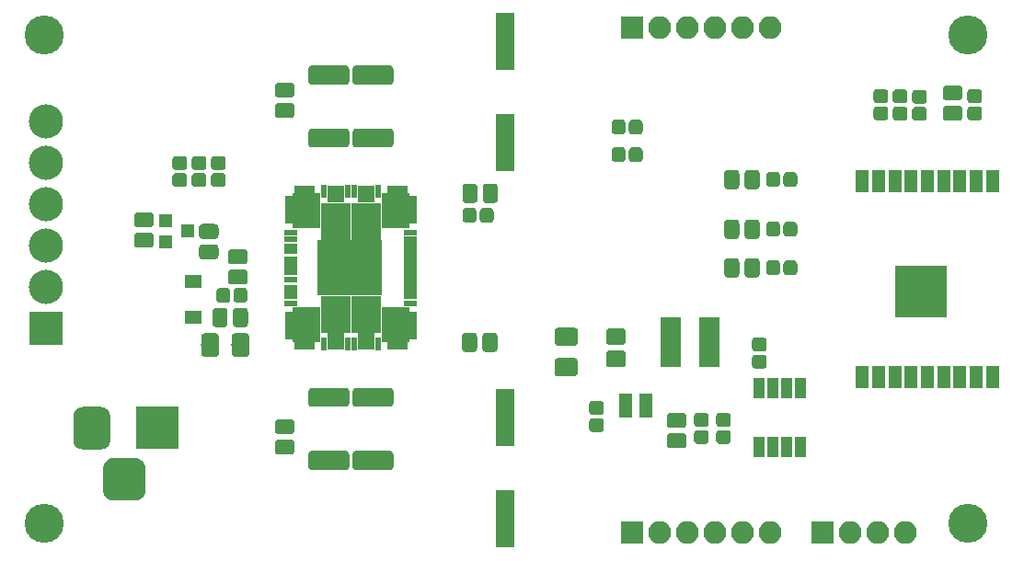
<source format=gbr>
G04 #@! TF.GenerationSoftware,KiCad,Pcbnew,5.0.0-fee4fd1~65~ubuntu16.04.1*
G04 #@! TF.CreationDate,2018-07-29T13:14:09-07:00*
G04 #@! TF.ProjectId,wifistepper,77696669737465707065722E6B696361,rev?*
G04 #@! TF.SameCoordinates,Original*
G04 #@! TF.FileFunction,Soldermask,Top*
G04 #@! TF.FilePolarity,Negative*
%FSLAX46Y46*%
G04 Gerber Fmt 4.6, Leading zero omitted, Abs format (unit mm)*
G04 Created by KiCad (PCBNEW 5.0.0-fee4fd1~65~ubuntu16.04.1) date Sun Jul 29 13:14:09 2018*
%MOMM*%
%LPD*%
G01*
G04 APERTURE LIST*
%ADD10C,0.100000*%
%ADD11C,1.275000*%
%ADD12C,3.600000*%
%ADD13C,1.650000*%
%ADD14C,1.375000*%
%ADD15R,1.700000X5.300000*%
%ADD16R,1.300000X1.200000*%
%ADD17R,1.600000X1.300000*%
%ADD18R,3.900000X3.900000*%
%ADD19C,3.400000*%
%ADD20C,3.900000*%
%ADD21R,3.150000X3.150000*%
%ADD22C,3.150000*%
%ADD23R,2.100000X2.100000*%
%ADD24O,2.100000X2.100000*%
%ADD25R,1.900000X4.600000*%
%ADD26C,1.750000*%
%ADD27R,1.300000X2.100000*%
%ADD28R,4.700000X4.700000*%
%ADD29R,5.900000X5.080000*%
%ADD30R,2.700000X3.410000*%
%ADD31R,1.560000X1.600000*%
%ADD32R,0.600000X1.200000*%
%ADD33R,1.200000X0.600000*%
%ADD34R,2.540000X3.250000*%
%ADD35R,1.840000X1.120000*%
%ADD36R,1.140000X2.570000*%
%ADD37R,1.250000X0.700000*%
%ADD38R,1.000000X1.950000*%
%ADD39C,1.550000*%
G04 APERTURE END LIST*
D10*
G04 #@! TO.C,R10*
G36*
X104032993Y-87210535D02*
X104063935Y-87215125D01*
X104094278Y-87222725D01*
X104123730Y-87233263D01*
X104152008Y-87246638D01*
X104178838Y-87262719D01*
X104203963Y-87281353D01*
X104227140Y-87302360D01*
X104248147Y-87325537D01*
X104266781Y-87350662D01*
X104282862Y-87377492D01*
X104296237Y-87405770D01*
X104306775Y-87435222D01*
X104314375Y-87465565D01*
X104318965Y-87496507D01*
X104320500Y-87527750D01*
X104320500Y-88240250D01*
X104318965Y-88271493D01*
X104314375Y-88302435D01*
X104306775Y-88332778D01*
X104296237Y-88362230D01*
X104282862Y-88390508D01*
X104266781Y-88417338D01*
X104248147Y-88442463D01*
X104227140Y-88465640D01*
X104203963Y-88486647D01*
X104178838Y-88505281D01*
X104152008Y-88521362D01*
X104123730Y-88534737D01*
X104094278Y-88545275D01*
X104063935Y-88552875D01*
X104032993Y-88557465D01*
X104001750Y-88559000D01*
X103364250Y-88559000D01*
X103333007Y-88557465D01*
X103302065Y-88552875D01*
X103271722Y-88545275D01*
X103242270Y-88534737D01*
X103213992Y-88521362D01*
X103187162Y-88505281D01*
X103162037Y-88486647D01*
X103138860Y-88465640D01*
X103117853Y-88442463D01*
X103099219Y-88417338D01*
X103083138Y-88390508D01*
X103069763Y-88362230D01*
X103059225Y-88332778D01*
X103051625Y-88302435D01*
X103047035Y-88271493D01*
X103045500Y-88240250D01*
X103045500Y-87527750D01*
X103047035Y-87496507D01*
X103051625Y-87465565D01*
X103059225Y-87435222D01*
X103069763Y-87405770D01*
X103083138Y-87377492D01*
X103099219Y-87350662D01*
X103117853Y-87325537D01*
X103138860Y-87302360D01*
X103162037Y-87281353D01*
X103187162Y-87262719D01*
X103213992Y-87246638D01*
X103242270Y-87233263D01*
X103271722Y-87222725D01*
X103302065Y-87215125D01*
X103333007Y-87210535D01*
X103364250Y-87209000D01*
X104001750Y-87209000D01*
X104032993Y-87210535D01*
X104032993Y-87210535D01*
G37*
D11*
X103683000Y-87884000D03*
D10*
G36*
X102457993Y-87210535D02*
X102488935Y-87215125D01*
X102519278Y-87222725D01*
X102548730Y-87233263D01*
X102577008Y-87246638D01*
X102603838Y-87262719D01*
X102628963Y-87281353D01*
X102652140Y-87302360D01*
X102673147Y-87325537D01*
X102691781Y-87350662D01*
X102707862Y-87377492D01*
X102721237Y-87405770D01*
X102731775Y-87435222D01*
X102739375Y-87465565D01*
X102743965Y-87496507D01*
X102745500Y-87527750D01*
X102745500Y-88240250D01*
X102743965Y-88271493D01*
X102739375Y-88302435D01*
X102731775Y-88332778D01*
X102721237Y-88362230D01*
X102707862Y-88390508D01*
X102691781Y-88417338D01*
X102673147Y-88442463D01*
X102652140Y-88465640D01*
X102628963Y-88486647D01*
X102603838Y-88505281D01*
X102577008Y-88521362D01*
X102548730Y-88534737D01*
X102519278Y-88545275D01*
X102488935Y-88552875D01*
X102457993Y-88557465D01*
X102426750Y-88559000D01*
X101789250Y-88559000D01*
X101758007Y-88557465D01*
X101727065Y-88552875D01*
X101696722Y-88545275D01*
X101667270Y-88534737D01*
X101638992Y-88521362D01*
X101612162Y-88505281D01*
X101587037Y-88486647D01*
X101563860Y-88465640D01*
X101542853Y-88442463D01*
X101524219Y-88417338D01*
X101508138Y-88390508D01*
X101494763Y-88362230D01*
X101484225Y-88332778D01*
X101476625Y-88302435D01*
X101472035Y-88271493D01*
X101470500Y-88240250D01*
X101470500Y-87527750D01*
X101472035Y-87496507D01*
X101476625Y-87465565D01*
X101484225Y-87435222D01*
X101494763Y-87405770D01*
X101508138Y-87377492D01*
X101524219Y-87350662D01*
X101542853Y-87325537D01*
X101563860Y-87302360D01*
X101587037Y-87281353D01*
X101612162Y-87262719D01*
X101638992Y-87246638D01*
X101667270Y-87233263D01*
X101696722Y-87222725D01*
X101727065Y-87215125D01*
X101758007Y-87210535D01*
X101789250Y-87209000D01*
X102426750Y-87209000D01*
X102457993Y-87210535D01*
X102457993Y-87210535D01*
G37*
D11*
X102108000Y-87884000D03*
G04 #@! TD*
D12*
G04 #@! TO.C,REF\002A\002A*
X120000000Y-70000000D03*
G04 #@! TD*
G04 #@! TO.C,REF\002A\002A*
X120000000Y-115000000D03*
G04 #@! TD*
G04 #@! TO.C,REF\002A\002A*
X35000000Y-115000000D03*
G04 #@! TD*
D10*
G04 #@! TO.C,C1*
G36*
X53613346Y-97478589D02*
X53645380Y-97483341D01*
X53676794Y-97491210D01*
X53707286Y-97502120D01*
X53736561Y-97515966D01*
X53764338Y-97532615D01*
X53790350Y-97551907D01*
X53814345Y-97573655D01*
X53836093Y-97597650D01*
X53855385Y-97623662D01*
X53872034Y-97651439D01*
X53885880Y-97680714D01*
X53896790Y-97711206D01*
X53904659Y-97742620D01*
X53909411Y-97774654D01*
X53911000Y-97807000D01*
X53911000Y-99297000D01*
X53909411Y-99329346D01*
X53904659Y-99361380D01*
X53896790Y-99392794D01*
X53885880Y-99423286D01*
X53872034Y-99452561D01*
X53855385Y-99480338D01*
X53836093Y-99506350D01*
X53814345Y-99530345D01*
X53790350Y-99552093D01*
X53764338Y-99571385D01*
X53736561Y-99588034D01*
X53707286Y-99601880D01*
X53676794Y-99612790D01*
X53645380Y-99620659D01*
X53613346Y-99625411D01*
X53581000Y-99627000D01*
X52591000Y-99627000D01*
X52558654Y-99625411D01*
X52526620Y-99620659D01*
X52495206Y-99612790D01*
X52464714Y-99601880D01*
X52435439Y-99588034D01*
X52407662Y-99571385D01*
X52381650Y-99552093D01*
X52357655Y-99530345D01*
X52335907Y-99506350D01*
X52316615Y-99480338D01*
X52299966Y-99452561D01*
X52286120Y-99423286D01*
X52275210Y-99392794D01*
X52267341Y-99361380D01*
X52262589Y-99329346D01*
X52261000Y-99297000D01*
X52261000Y-97807000D01*
X52262589Y-97774654D01*
X52267341Y-97742620D01*
X52275210Y-97711206D01*
X52286120Y-97680714D01*
X52299966Y-97651439D01*
X52316615Y-97623662D01*
X52335907Y-97597650D01*
X52357655Y-97573655D01*
X52381650Y-97551907D01*
X52407662Y-97532615D01*
X52435439Y-97515966D01*
X52464714Y-97502120D01*
X52495206Y-97491210D01*
X52526620Y-97483341D01*
X52558654Y-97478589D01*
X52591000Y-97477000D01*
X53581000Y-97477000D01*
X53613346Y-97478589D01*
X53613346Y-97478589D01*
G37*
D13*
X53086000Y-98552000D03*
D10*
G36*
X50813346Y-97478589D02*
X50845380Y-97483341D01*
X50876794Y-97491210D01*
X50907286Y-97502120D01*
X50936561Y-97515966D01*
X50964338Y-97532615D01*
X50990350Y-97551907D01*
X51014345Y-97573655D01*
X51036093Y-97597650D01*
X51055385Y-97623662D01*
X51072034Y-97651439D01*
X51085880Y-97680714D01*
X51096790Y-97711206D01*
X51104659Y-97742620D01*
X51109411Y-97774654D01*
X51111000Y-97807000D01*
X51111000Y-99297000D01*
X51109411Y-99329346D01*
X51104659Y-99361380D01*
X51096790Y-99392794D01*
X51085880Y-99423286D01*
X51072034Y-99452561D01*
X51055385Y-99480338D01*
X51036093Y-99506350D01*
X51014345Y-99530345D01*
X50990350Y-99552093D01*
X50964338Y-99571385D01*
X50936561Y-99588034D01*
X50907286Y-99601880D01*
X50876794Y-99612790D01*
X50845380Y-99620659D01*
X50813346Y-99625411D01*
X50781000Y-99627000D01*
X49791000Y-99627000D01*
X49758654Y-99625411D01*
X49726620Y-99620659D01*
X49695206Y-99612790D01*
X49664714Y-99601880D01*
X49635439Y-99588034D01*
X49607662Y-99571385D01*
X49581650Y-99552093D01*
X49557655Y-99530345D01*
X49535907Y-99506350D01*
X49516615Y-99480338D01*
X49499966Y-99452561D01*
X49486120Y-99423286D01*
X49475210Y-99392794D01*
X49467341Y-99361380D01*
X49462589Y-99329346D01*
X49461000Y-99297000D01*
X49461000Y-97807000D01*
X49462589Y-97774654D01*
X49467341Y-97742620D01*
X49475210Y-97711206D01*
X49486120Y-97680714D01*
X49499966Y-97651439D01*
X49516615Y-97623662D01*
X49535907Y-97597650D01*
X49557655Y-97573655D01*
X49581650Y-97551907D01*
X49607662Y-97532615D01*
X49635439Y-97515966D01*
X49664714Y-97502120D01*
X49695206Y-97491210D01*
X49726620Y-97483341D01*
X49758654Y-97478589D01*
X49791000Y-97477000D01*
X50781000Y-97477000D01*
X50813346Y-97478589D01*
X50813346Y-97478589D01*
G37*
D13*
X50286000Y-98552000D03*
G04 #@! TD*
D10*
G04 #@! TO.C,C2*
G36*
X53421943Y-89738155D02*
X53455312Y-89743105D01*
X53488035Y-89751302D01*
X53519797Y-89762666D01*
X53550293Y-89777090D01*
X53579227Y-89794432D01*
X53606323Y-89814528D01*
X53631318Y-89837182D01*
X53653972Y-89862177D01*
X53674068Y-89889273D01*
X53691410Y-89918207D01*
X53705834Y-89948703D01*
X53717198Y-89980465D01*
X53725395Y-90013188D01*
X53730345Y-90046557D01*
X53732000Y-90080250D01*
X53732000Y-90767750D01*
X53730345Y-90801443D01*
X53725395Y-90834812D01*
X53717198Y-90867535D01*
X53705834Y-90899297D01*
X53691410Y-90929793D01*
X53674068Y-90958727D01*
X53653972Y-90985823D01*
X53631318Y-91010818D01*
X53606323Y-91033472D01*
X53579227Y-91053568D01*
X53550293Y-91070910D01*
X53519797Y-91085334D01*
X53488035Y-91096698D01*
X53455312Y-91104895D01*
X53421943Y-91109845D01*
X53388250Y-91111500D01*
X52275750Y-91111500D01*
X52242057Y-91109845D01*
X52208688Y-91104895D01*
X52175965Y-91096698D01*
X52144203Y-91085334D01*
X52113707Y-91070910D01*
X52084773Y-91053568D01*
X52057677Y-91033472D01*
X52032682Y-91010818D01*
X52010028Y-90985823D01*
X51989932Y-90958727D01*
X51972590Y-90929793D01*
X51958166Y-90899297D01*
X51946802Y-90867535D01*
X51938605Y-90834812D01*
X51933655Y-90801443D01*
X51932000Y-90767750D01*
X51932000Y-90080250D01*
X51933655Y-90046557D01*
X51938605Y-90013188D01*
X51946802Y-89980465D01*
X51958166Y-89948703D01*
X51972590Y-89918207D01*
X51989932Y-89889273D01*
X52010028Y-89862177D01*
X52032682Y-89837182D01*
X52057677Y-89814528D01*
X52084773Y-89794432D01*
X52113707Y-89777090D01*
X52144203Y-89762666D01*
X52175965Y-89751302D01*
X52208688Y-89743105D01*
X52242057Y-89738155D01*
X52275750Y-89736500D01*
X53388250Y-89736500D01*
X53421943Y-89738155D01*
X53421943Y-89738155D01*
G37*
D14*
X52832000Y-90424000D03*
D10*
G36*
X53421943Y-91613155D02*
X53455312Y-91618105D01*
X53488035Y-91626302D01*
X53519797Y-91637666D01*
X53550293Y-91652090D01*
X53579227Y-91669432D01*
X53606323Y-91689528D01*
X53631318Y-91712182D01*
X53653972Y-91737177D01*
X53674068Y-91764273D01*
X53691410Y-91793207D01*
X53705834Y-91823703D01*
X53717198Y-91855465D01*
X53725395Y-91888188D01*
X53730345Y-91921557D01*
X53732000Y-91955250D01*
X53732000Y-92642750D01*
X53730345Y-92676443D01*
X53725395Y-92709812D01*
X53717198Y-92742535D01*
X53705834Y-92774297D01*
X53691410Y-92804793D01*
X53674068Y-92833727D01*
X53653972Y-92860823D01*
X53631318Y-92885818D01*
X53606323Y-92908472D01*
X53579227Y-92928568D01*
X53550293Y-92945910D01*
X53519797Y-92960334D01*
X53488035Y-92971698D01*
X53455312Y-92979895D01*
X53421943Y-92984845D01*
X53388250Y-92986500D01*
X52275750Y-92986500D01*
X52242057Y-92984845D01*
X52208688Y-92979895D01*
X52175965Y-92971698D01*
X52144203Y-92960334D01*
X52113707Y-92945910D01*
X52084773Y-92928568D01*
X52057677Y-92908472D01*
X52032682Y-92885818D01*
X52010028Y-92860823D01*
X51989932Y-92833727D01*
X51972590Y-92804793D01*
X51958166Y-92774297D01*
X51946802Y-92742535D01*
X51938605Y-92709812D01*
X51933655Y-92676443D01*
X51932000Y-92642750D01*
X51932000Y-91955250D01*
X51933655Y-91921557D01*
X51938605Y-91888188D01*
X51946802Y-91855465D01*
X51958166Y-91823703D01*
X51972590Y-91793207D01*
X51989932Y-91764273D01*
X52010028Y-91737177D01*
X52032682Y-91712182D01*
X52057677Y-91689528D01*
X52084773Y-91669432D01*
X52113707Y-91652090D01*
X52144203Y-91637666D01*
X52175965Y-91626302D01*
X52208688Y-91618105D01*
X52242057Y-91613155D01*
X52275750Y-91611500D01*
X53388250Y-91611500D01*
X53421943Y-91613155D01*
X53421943Y-91613155D01*
G37*
D14*
X52832000Y-92299000D03*
G04 #@! TD*
D10*
G04 #@! TO.C,C3*
G36*
X44785943Y-88214155D02*
X44819312Y-88219105D01*
X44852035Y-88227302D01*
X44883797Y-88238666D01*
X44914293Y-88253090D01*
X44943227Y-88270432D01*
X44970323Y-88290528D01*
X44995318Y-88313182D01*
X45017972Y-88338177D01*
X45038068Y-88365273D01*
X45055410Y-88394207D01*
X45069834Y-88424703D01*
X45081198Y-88456465D01*
X45089395Y-88489188D01*
X45094345Y-88522557D01*
X45096000Y-88556250D01*
X45096000Y-89243750D01*
X45094345Y-89277443D01*
X45089395Y-89310812D01*
X45081198Y-89343535D01*
X45069834Y-89375297D01*
X45055410Y-89405793D01*
X45038068Y-89434727D01*
X45017972Y-89461823D01*
X44995318Y-89486818D01*
X44970323Y-89509472D01*
X44943227Y-89529568D01*
X44914293Y-89546910D01*
X44883797Y-89561334D01*
X44852035Y-89572698D01*
X44819312Y-89580895D01*
X44785943Y-89585845D01*
X44752250Y-89587500D01*
X43639750Y-89587500D01*
X43606057Y-89585845D01*
X43572688Y-89580895D01*
X43539965Y-89572698D01*
X43508203Y-89561334D01*
X43477707Y-89546910D01*
X43448773Y-89529568D01*
X43421677Y-89509472D01*
X43396682Y-89486818D01*
X43374028Y-89461823D01*
X43353932Y-89434727D01*
X43336590Y-89405793D01*
X43322166Y-89375297D01*
X43310802Y-89343535D01*
X43302605Y-89310812D01*
X43297655Y-89277443D01*
X43296000Y-89243750D01*
X43296000Y-88556250D01*
X43297655Y-88522557D01*
X43302605Y-88489188D01*
X43310802Y-88456465D01*
X43322166Y-88424703D01*
X43336590Y-88394207D01*
X43353932Y-88365273D01*
X43374028Y-88338177D01*
X43396682Y-88313182D01*
X43421677Y-88290528D01*
X43448773Y-88270432D01*
X43477707Y-88253090D01*
X43508203Y-88238666D01*
X43539965Y-88227302D01*
X43572688Y-88219105D01*
X43606057Y-88214155D01*
X43639750Y-88212500D01*
X44752250Y-88212500D01*
X44785943Y-88214155D01*
X44785943Y-88214155D01*
G37*
D14*
X44196000Y-88900000D03*
D10*
G36*
X44785943Y-86339155D02*
X44819312Y-86344105D01*
X44852035Y-86352302D01*
X44883797Y-86363666D01*
X44914293Y-86378090D01*
X44943227Y-86395432D01*
X44970323Y-86415528D01*
X44995318Y-86438182D01*
X45017972Y-86463177D01*
X45038068Y-86490273D01*
X45055410Y-86519207D01*
X45069834Y-86549703D01*
X45081198Y-86581465D01*
X45089395Y-86614188D01*
X45094345Y-86647557D01*
X45096000Y-86681250D01*
X45096000Y-87368750D01*
X45094345Y-87402443D01*
X45089395Y-87435812D01*
X45081198Y-87468535D01*
X45069834Y-87500297D01*
X45055410Y-87530793D01*
X45038068Y-87559727D01*
X45017972Y-87586823D01*
X44995318Y-87611818D01*
X44970323Y-87634472D01*
X44943227Y-87654568D01*
X44914293Y-87671910D01*
X44883797Y-87686334D01*
X44852035Y-87697698D01*
X44819312Y-87705895D01*
X44785943Y-87710845D01*
X44752250Y-87712500D01*
X43639750Y-87712500D01*
X43606057Y-87710845D01*
X43572688Y-87705895D01*
X43539965Y-87697698D01*
X43508203Y-87686334D01*
X43477707Y-87671910D01*
X43448773Y-87654568D01*
X43421677Y-87634472D01*
X43396682Y-87611818D01*
X43374028Y-87586823D01*
X43353932Y-87559727D01*
X43336590Y-87530793D01*
X43322166Y-87500297D01*
X43310802Y-87468535D01*
X43302605Y-87435812D01*
X43297655Y-87402443D01*
X43296000Y-87368750D01*
X43296000Y-86681250D01*
X43297655Y-86647557D01*
X43302605Y-86614188D01*
X43310802Y-86581465D01*
X43322166Y-86549703D01*
X43336590Y-86519207D01*
X43353932Y-86490273D01*
X43374028Y-86463177D01*
X43396682Y-86438182D01*
X43421677Y-86415528D01*
X43448773Y-86395432D01*
X43477707Y-86378090D01*
X43508203Y-86363666D01*
X43539965Y-86352302D01*
X43572688Y-86344105D01*
X43606057Y-86339155D01*
X43639750Y-86337500D01*
X44752250Y-86337500D01*
X44785943Y-86339155D01*
X44785943Y-86339155D01*
G37*
D14*
X44196000Y-87025000D03*
G04 #@! TD*
D10*
G04 #@! TO.C,C4*
G36*
X53463443Y-95113655D02*
X53496812Y-95118605D01*
X53529535Y-95126802D01*
X53561297Y-95138166D01*
X53591793Y-95152590D01*
X53620727Y-95169932D01*
X53647823Y-95190028D01*
X53672818Y-95212682D01*
X53695472Y-95237677D01*
X53715568Y-95264773D01*
X53732910Y-95293707D01*
X53747334Y-95324203D01*
X53758698Y-95355965D01*
X53766895Y-95388688D01*
X53771845Y-95422057D01*
X53773500Y-95455750D01*
X53773500Y-96568250D01*
X53771845Y-96601943D01*
X53766895Y-96635312D01*
X53758698Y-96668035D01*
X53747334Y-96699797D01*
X53732910Y-96730293D01*
X53715568Y-96759227D01*
X53695472Y-96786323D01*
X53672818Y-96811318D01*
X53647823Y-96833972D01*
X53620727Y-96854068D01*
X53591793Y-96871410D01*
X53561297Y-96885834D01*
X53529535Y-96897198D01*
X53496812Y-96905395D01*
X53463443Y-96910345D01*
X53429750Y-96912000D01*
X52742250Y-96912000D01*
X52708557Y-96910345D01*
X52675188Y-96905395D01*
X52642465Y-96897198D01*
X52610703Y-96885834D01*
X52580207Y-96871410D01*
X52551273Y-96854068D01*
X52524177Y-96833972D01*
X52499182Y-96811318D01*
X52476528Y-96786323D01*
X52456432Y-96759227D01*
X52439090Y-96730293D01*
X52424666Y-96699797D01*
X52413302Y-96668035D01*
X52405105Y-96635312D01*
X52400155Y-96601943D01*
X52398500Y-96568250D01*
X52398500Y-95455750D01*
X52400155Y-95422057D01*
X52405105Y-95388688D01*
X52413302Y-95355965D01*
X52424666Y-95324203D01*
X52439090Y-95293707D01*
X52456432Y-95264773D01*
X52476528Y-95237677D01*
X52499182Y-95212682D01*
X52524177Y-95190028D01*
X52551273Y-95169932D01*
X52580207Y-95152590D01*
X52610703Y-95138166D01*
X52642465Y-95126802D01*
X52675188Y-95118605D01*
X52708557Y-95113655D01*
X52742250Y-95112000D01*
X53429750Y-95112000D01*
X53463443Y-95113655D01*
X53463443Y-95113655D01*
G37*
D14*
X53086000Y-96012000D03*
D10*
G36*
X51588443Y-95113655D02*
X51621812Y-95118605D01*
X51654535Y-95126802D01*
X51686297Y-95138166D01*
X51716793Y-95152590D01*
X51745727Y-95169932D01*
X51772823Y-95190028D01*
X51797818Y-95212682D01*
X51820472Y-95237677D01*
X51840568Y-95264773D01*
X51857910Y-95293707D01*
X51872334Y-95324203D01*
X51883698Y-95355965D01*
X51891895Y-95388688D01*
X51896845Y-95422057D01*
X51898500Y-95455750D01*
X51898500Y-96568250D01*
X51896845Y-96601943D01*
X51891895Y-96635312D01*
X51883698Y-96668035D01*
X51872334Y-96699797D01*
X51857910Y-96730293D01*
X51840568Y-96759227D01*
X51820472Y-96786323D01*
X51797818Y-96811318D01*
X51772823Y-96833972D01*
X51745727Y-96854068D01*
X51716793Y-96871410D01*
X51686297Y-96885834D01*
X51654535Y-96897198D01*
X51621812Y-96905395D01*
X51588443Y-96910345D01*
X51554750Y-96912000D01*
X50867250Y-96912000D01*
X50833557Y-96910345D01*
X50800188Y-96905395D01*
X50767465Y-96897198D01*
X50735703Y-96885834D01*
X50705207Y-96871410D01*
X50676273Y-96854068D01*
X50649177Y-96833972D01*
X50624182Y-96811318D01*
X50601528Y-96786323D01*
X50581432Y-96759227D01*
X50564090Y-96730293D01*
X50549666Y-96699797D01*
X50538302Y-96668035D01*
X50530105Y-96635312D01*
X50525155Y-96601943D01*
X50523500Y-96568250D01*
X50523500Y-95455750D01*
X50525155Y-95422057D01*
X50530105Y-95388688D01*
X50538302Y-95355965D01*
X50549666Y-95324203D01*
X50564090Y-95293707D01*
X50581432Y-95264773D01*
X50601528Y-95237677D01*
X50624182Y-95212682D01*
X50649177Y-95190028D01*
X50676273Y-95169932D01*
X50705207Y-95152590D01*
X50735703Y-95138166D01*
X50767465Y-95126802D01*
X50800188Y-95118605D01*
X50833557Y-95113655D01*
X50867250Y-95112000D01*
X51554750Y-95112000D01*
X51588443Y-95113655D01*
X51588443Y-95113655D01*
G37*
D14*
X51211000Y-96012000D03*
G04 #@! TD*
D10*
G04 #@! TO.C,C5*
G36*
X47885493Y-81152035D02*
X47916435Y-81156625D01*
X47946778Y-81164225D01*
X47976230Y-81174763D01*
X48004508Y-81188138D01*
X48031338Y-81204219D01*
X48056463Y-81222853D01*
X48079640Y-81243860D01*
X48100647Y-81267037D01*
X48119281Y-81292162D01*
X48135362Y-81318992D01*
X48148737Y-81347270D01*
X48159275Y-81376722D01*
X48166875Y-81407065D01*
X48171465Y-81438007D01*
X48173000Y-81469250D01*
X48173000Y-82106750D01*
X48171465Y-82137993D01*
X48166875Y-82168935D01*
X48159275Y-82199278D01*
X48148737Y-82228730D01*
X48135362Y-82257008D01*
X48119281Y-82283838D01*
X48100647Y-82308963D01*
X48079640Y-82332140D01*
X48056463Y-82353147D01*
X48031338Y-82371781D01*
X48004508Y-82387862D01*
X47976230Y-82401237D01*
X47946778Y-82411775D01*
X47916435Y-82419375D01*
X47885493Y-82423965D01*
X47854250Y-82425500D01*
X47141750Y-82425500D01*
X47110507Y-82423965D01*
X47079565Y-82419375D01*
X47049222Y-82411775D01*
X47019770Y-82401237D01*
X46991492Y-82387862D01*
X46964662Y-82371781D01*
X46939537Y-82353147D01*
X46916360Y-82332140D01*
X46895353Y-82308963D01*
X46876719Y-82283838D01*
X46860638Y-82257008D01*
X46847263Y-82228730D01*
X46836725Y-82199278D01*
X46829125Y-82168935D01*
X46824535Y-82137993D01*
X46823000Y-82106750D01*
X46823000Y-81469250D01*
X46824535Y-81438007D01*
X46829125Y-81407065D01*
X46836725Y-81376722D01*
X46847263Y-81347270D01*
X46860638Y-81318992D01*
X46876719Y-81292162D01*
X46895353Y-81267037D01*
X46916360Y-81243860D01*
X46939537Y-81222853D01*
X46964662Y-81204219D01*
X46991492Y-81188138D01*
X47019770Y-81174763D01*
X47049222Y-81164225D01*
X47079565Y-81156625D01*
X47110507Y-81152035D01*
X47141750Y-81150500D01*
X47854250Y-81150500D01*
X47885493Y-81152035D01*
X47885493Y-81152035D01*
G37*
D11*
X47498000Y-81788000D03*
D10*
G36*
X47885493Y-82727035D02*
X47916435Y-82731625D01*
X47946778Y-82739225D01*
X47976230Y-82749763D01*
X48004508Y-82763138D01*
X48031338Y-82779219D01*
X48056463Y-82797853D01*
X48079640Y-82818860D01*
X48100647Y-82842037D01*
X48119281Y-82867162D01*
X48135362Y-82893992D01*
X48148737Y-82922270D01*
X48159275Y-82951722D01*
X48166875Y-82982065D01*
X48171465Y-83013007D01*
X48173000Y-83044250D01*
X48173000Y-83681750D01*
X48171465Y-83712993D01*
X48166875Y-83743935D01*
X48159275Y-83774278D01*
X48148737Y-83803730D01*
X48135362Y-83832008D01*
X48119281Y-83858838D01*
X48100647Y-83883963D01*
X48079640Y-83907140D01*
X48056463Y-83928147D01*
X48031338Y-83946781D01*
X48004508Y-83962862D01*
X47976230Y-83976237D01*
X47946778Y-83986775D01*
X47916435Y-83994375D01*
X47885493Y-83998965D01*
X47854250Y-84000500D01*
X47141750Y-84000500D01*
X47110507Y-83998965D01*
X47079565Y-83994375D01*
X47049222Y-83986775D01*
X47019770Y-83976237D01*
X46991492Y-83962862D01*
X46964662Y-83946781D01*
X46939537Y-83928147D01*
X46916360Y-83907140D01*
X46895353Y-83883963D01*
X46876719Y-83858838D01*
X46860638Y-83832008D01*
X46847263Y-83803730D01*
X46836725Y-83774278D01*
X46829125Y-83743935D01*
X46824535Y-83712993D01*
X46823000Y-83681750D01*
X46823000Y-83044250D01*
X46824535Y-83013007D01*
X46829125Y-82982065D01*
X46836725Y-82951722D01*
X46847263Y-82922270D01*
X46860638Y-82893992D01*
X46876719Y-82867162D01*
X46895353Y-82842037D01*
X46916360Y-82818860D01*
X46939537Y-82797853D01*
X46964662Y-82779219D01*
X46991492Y-82763138D01*
X47019770Y-82749763D01*
X47049222Y-82739225D01*
X47079565Y-82731625D01*
X47110507Y-82727035D01*
X47141750Y-82725500D01*
X47854250Y-82725500D01*
X47885493Y-82727035D01*
X47885493Y-82727035D01*
G37*
D11*
X47498000Y-83363000D03*
G04 #@! TD*
D10*
G04 #@! TO.C,C6*
G36*
X74545443Y-97399655D02*
X74578812Y-97404605D01*
X74611535Y-97412802D01*
X74643297Y-97424166D01*
X74673793Y-97438590D01*
X74702727Y-97455932D01*
X74729823Y-97476028D01*
X74754818Y-97498682D01*
X74777472Y-97523677D01*
X74797568Y-97550773D01*
X74814910Y-97579707D01*
X74829334Y-97610203D01*
X74840698Y-97641965D01*
X74848895Y-97674688D01*
X74853845Y-97708057D01*
X74855500Y-97741750D01*
X74855500Y-98854250D01*
X74853845Y-98887943D01*
X74848895Y-98921312D01*
X74840698Y-98954035D01*
X74829334Y-98985797D01*
X74814910Y-99016293D01*
X74797568Y-99045227D01*
X74777472Y-99072323D01*
X74754818Y-99097318D01*
X74729823Y-99119972D01*
X74702727Y-99140068D01*
X74673793Y-99157410D01*
X74643297Y-99171834D01*
X74611535Y-99183198D01*
X74578812Y-99191395D01*
X74545443Y-99196345D01*
X74511750Y-99198000D01*
X73824250Y-99198000D01*
X73790557Y-99196345D01*
X73757188Y-99191395D01*
X73724465Y-99183198D01*
X73692703Y-99171834D01*
X73662207Y-99157410D01*
X73633273Y-99140068D01*
X73606177Y-99119972D01*
X73581182Y-99097318D01*
X73558528Y-99072323D01*
X73538432Y-99045227D01*
X73521090Y-99016293D01*
X73506666Y-98985797D01*
X73495302Y-98954035D01*
X73487105Y-98921312D01*
X73482155Y-98887943D01*
X73480500Y-98854250D01*
X73480500Y-97741750D01*
X73482155Y-97708057D01*
X73487105Y-97674688D01*
X73495302Y-97641965D01*
X73506666Y-97610203D01*
X73521090Y-97579707D01*
X73538432Y-97550773D01*
X73558528Y-97523677D01*
X73581182Y-97498682D01*
X73606177Y-97476028D01*
X73633273Y-97455932D01*
X73662207Y-97438590D01*
X73692703Y-97424166D01*
X73724465Y-97412802D01*
X73757188Y-97404605D01*
X73790557Y-97399655D01*
X73824250Y-97398000D01*
X74511750Y-97398000D01*
X74545443Y-97399655D01*
X74545443Y-97399655D01*
G37*
D14*
X74168000Y-98298000D03*
D10*
G36*
X76420443Y-97399655D02*
X76453812Y-97404605D01*
X76486535Y-97412802D01*
X76518297Y-97424166D01*
X76548793Y-97438590D01*
X76577727Y-97455932D01*
X76604823Y-97476028D01*
X76629818Y-97498682D01*
X76652472Y-97523677D01*
X76672568Y-97550773D01*
X76689910Y-97579707D01*
X76704334Y-97610203D01*
X76715698Y-97641965D01*
X76723895Y-97674688D01*
X76728845Y-97708057D01*
X76730500Y-97741750D01*
X76730500Y-98854250D01*
X76728845Y-98887943D01*
X76723895Y-98921312D01*
X76715698Y-98954035D01*
X76704334Y-98985797D01*
X76689910Y-99016293D01*
X76672568Y-99045227D01*
X76652472Y-99072323D01*
X76629818Y-99097318D01*
X76604823Y-99119972D01*
X76577727Y-99140068D01*
X76548793Y-99157410D01*
X76518297Y-99171834D01*
X76486535Y-99183198D01*
X76453812Y-99191395D01*
X76420443Y-99196345D01*
X76386750Y-99198000D01*
X75699250Y-99198000D01*
X75665557Y-99196345D01*
X75632188Y-99191395D01*
X75599465Y-99183198D01*
X75567703Y-99171834D01*
X75537207Y-99157410D01*
X75508273Y-99140068D01*
X75481177Y-99119972D01*
X75456182Y-99097318D01*
X75433528Y-99072323D01*
X75413432Y-99045227D01*
X75396090Y-99016293D01*
X75381666Y-98985797D01*
X75370302Y-98954035D01*
X75362105Y-98921312D01*
X75357155Y-98887943D01*
X75355500Y-98854250D01*
X75355500Y-97741750D01*
X75357155Y-97708057D01*
X75362105Y-97674688D01*
X75370302Y-97641965D01*
X75381666Y-97610203D01*
X75396090Y-97579707D01*
X75413432Y-97550773D01*
X75433528Y-97523677D01*
X75456182Y-97498682D01*
X75481177Y-97476028D01*
X75508273Y-97455932D01*
X75537207Y-97438590D01*
X75567703Y-97424166D01*
X75599465Y-97412802D01*
X75632188Y-97404605D01*
X75665557Y-97399655D01*
X75699250Y-97398000D01*
X76386750Y-97398000D01*
X76420443Y-97399655D01*
X76420443Y-97399655D01*
G37*
D14*
X76043000Y-98298000D03*
G04 #@! TD*
D10*
G04 #@! TO.C,C7*
G36*
X76450443Y-83683655D02*
X76483812Y-83688605D01*
X76516535Y-83696802D01*
X76548297Y-83708166D01*
X76578793Y-83722590D01*
X76607727Y-83739932D01*
X76634823Y-83760028D01*
X76659818Y-83782682D01*
X76682472Y-83807677D01*
X76702568Y-83834773D01*
X76719910Y-83863707D01*
X76734334Y-83894203D01*
X76745698Y-83925965D01*
X76753895Y-83958688D01*
X76758845Y-83992057D01*
X76760500Y-84025750D01*
X76760500Y-85138250D01*
X76758845Y-85171943D01*
X76753895Y-85205312D01*
X76745698Y-85238035D01*
X76734334Y-85269797D01*
X76719910Y-85300293D01*
X76702568Y-85329227D01*
X76682472Y-85356323D01*
X76659818Y-85381318D01*
X76634823Y-85403972D01*
X76607727Y-85424068D01*
X76578793Y-85441410D01*
X76548297Y-85455834D01*
X76516535Y-85467198D01*
X76483812Y-85475395D01*
X76450443Y-85480345D01*
X76416750Y-85482000D01*
X75729250Y-85482000D01*
X75695557Y-85480345D01*
X75662188Y-85475395D01*
X75629465Y-85467198D01*
X75597703Y-85455834D01*
X75567207Y-85441410D01*
X75538273Y-85424068D01*
X75511177Y-85403972D01*
X75486182Y-85381318D01*
X75463528Y-85356323D01*
X75443432Y-85329227D01*
X75426090Y-85300293D01*
X75411666Y-85269797D01*
X75400302Y-85238035D01*
X75392105Y-85205312D01*
X75387155Y-85171943D01*
X75385500Y-85138250D01*
X75385500Y-84025750D01*
X75387155Y-83992057D01*
X75392105Y-83958688D01*
X75400302Y-83925965D01*
X75411666Y-83894203D01*
X75426090Y-83863707D01*
X75443432Y-83834773D01*
X75463528Y-83807677D01*
X75486182Y-83782682D01*
X75511177Y-83760028D01*
X75538273Y-83739932D01*
X75567207Y-83722590D01*
X75597703Y-83708166D01*
X75629465Y-83696802D01*
X75662188Y-83688605D01*
X75695557Y-83683655D01*
X75729250Y-83682000D01*
X76416750Y-83682000D01*
X76450443Y-83683655D01*
X76450443Y-83683655D01*
G37*
D14*
X76073000Y-84582000D03*
D10*
G36*
X74575443Y-83683655D02*
X74608812Y-83688605D01*
X74641535Y-83696802D01*
X74673297Y-83708166D01*
X74703793Y-83722590D01*
X74732727Y-83739932D01*
X74759823Y-83760028D01*
X74784818Y-83782682D01*
X74807472Y-83807677D01*
X74827568Y-83834773D01*
X74844910Y-83863707D01*
X74859334Y-83894203D01*
X74870698Y-83925965D01*
X74878895Y-83958688D01*
X74883845Y-83992057D01*
X74885500Y-84025750D01*
X74885500Y-85138250D01*
X74883845Y-85171943D01*
X74878895Y-85205312D01*
X74870698Y-85238035D01*
X74859334Y-85269797D01*
X74844910Y-85300293D01*
X74827568Y-85329227D01*
X74807472Y-85356323D01*
X74784818Y-85381318D01*
X74759823Y-85403972D01*
X74732727Y-85424068D01*
X74703793Y-85441410D01*
X74673297Y-85455834D01*
X74641535Y-85467198D01*
X74608812Y-85475395D01*
X74575443Y-85480345D01*
X74541750Y-85482000D01*
X73854250Y-85482000D01*
X73820557Y-85480345D01*
X73787188Y-85475395D01*
X73754465Y-85467198D01*
X73722703Y-85455834D01*
X73692207Y-85441410D01*
X73663273Y-85424068D01*
X73636177Y-85403972D01*
X73611182Y-85381318D01*
X73588528Y-85356323D01*
X73568432Y-85329227D01*
X73551090Y-85300293D01*
X73536666Y-85269797D01*
X73525302Y-85238035D01*
X73517105Y-85205312D01*
X73512155Y-85171943D01*
X73510500Y-85138250D01*
X73510500Y-84025750D01*
X73512155Y-83992057D01*
X73517105Y-83958688D01*
X73525302Y-83925965D01*
X73536666Y-83894203D01*
X73551090Y-83863707D01*
X73568432Y-83834773D01*
X73588528Y-83807677D01*
X73611182Y-83782682D01*
X73636177Y-83760028D01*
X73663273Y-83739932D01*
X73692207Y-83722590D01*
X73722703Y-83708166D01*
X73754465Y-83696802D01*
X73787188Y-83688605D01*
X73820557Y-83683655D01*
X73854250Y-83682000D01*
X74541750Y-83682000D01*
X74575443Y-83683655D01*
X74575443Y-83683655D01*
G37*
D14*
X74198000Y-84582000D03*
G04 #@! TD*
D10*
G04 #@! TO.C,C8*
G36*
X57739943Y-76276155D02*
X57773312Y-76281105D01*
X57806035Y-76289302D01*
X57837797Y-76300666D01*
X57868293Y-76315090D01*
X57897227Y-76332432D01*
X57924323Y-76352528D01*
X57949318Y-76375182D01*
X57971972Y-76400177D01*
X57992068Y-76427273D01*
X58009410Y-76456207D01*
X58023834Y-76486703D01*
X58035198Y-76518465D01*
X58043395Y-76551188D01*
X58048345Y-76584557D01*
X58050000Y-76618250D01*
X58050000Y-77305750D01*
X58048345Y-77339443D01*
X58043395Y-77372812D01*
X58035198Y-77405535D01*
X58023834Y-77437297D01*
X58009410Y-77467793D01*
X57992068Y-77496727D01*
X57971972Y-77523823D01*
X57949318Y-77548818D01*
X57924323Y-77571472D01*
X57897227Y-77591568D01*
X57868293Y-77608910D01*
X57837797Y-77623334D01*
X57806035Y-77634698D01*
X57773312Y-77642895D01*
X57739943Y-77647845D01*
X57706250Y-77649500D01*
X56593750Y-77649500D01*
X56560057Y-77647845D01*
X56526688Y-77642895D01*
X56493965Y-77634698D01*
X56462203Y-77623334D01*
X56431707Y-77608910D01*
X56402773Y-77591568D01*
X56375677Y-77571472D01*
X56350682Y-77548818D01*
X56328028Y-77523823D01*
X56307932Y-77496727D01*
X56290590Y-77467793D01*
X56276166Y-77437297D01*
X56264802Y-77405535D01*
X56256605Y-77372812D01*
X56251655Y-77339443D01*
X56250000Y-77305750D01*
X56250000Y-76618250D01*
X56251655Y-76584557D01*
X56256605Y-76551188D01*
X56264802Y-76518465D01*
X56276166Y-76486703D01*
X56290590Y-76456207D01*
X56307932Y-76427273D01*
X56328028Y-76400177D01*
X56350682Y-76375182D01*
X56375677Y-76352528D01*
X56402773Y-76332432D01*
X56431707Y-76315090D01*
X56462203Y-76300666D01*
X56493965Y-76289302D01*
X56526688Y-76281105D01*
X56560057Y-76276155D01*
X56593750Y-76274500D01*
X57706250Y-76274500D01*
X57739943Y-76276155D01*
X57739943Y-76276155D01*
G37*
D14*
X57150000Y-76962000D03*
D10*
G36*
X57739943Y-74401155D02*
X57773312Y-74406105D01*
X57806035Y-74414302D01*
X57837797Y-74425666D01*
X57868293Y-74440090D01*
X57897227Y-74457432D01*
X57924323Y-74477528D01*
X57949318Y-74500182D01*
X57971972Y-74525177D01*
X57992068Y-74552273D01*
X58009410Y-74581207D01*
X58023834Y-74611703D01*
X58035198Y-74643465D01*
X58043395Y-74676188D01*
X58048345Y-74709557D01*
X58050000Y-74743250D01*
X58050000Y-75430750D01*
X58048345Y-75464443D01*
X58043395Y-75497812D01*
X58035198Y-75530535D01*
X58023834Y-75562297D01*
X58009410Y-75592793D01*
X57992068Y-75621727D01*
X57971972Y-75648823D01*
X57949318Y-75673818D01*
X57924323Y-75696472D01*
X57897227Y-75716568D01*
X57868293Y-75733910D01*
X57837797Y-75748334D01*
X57806035Y-75759698D01*
X57773312Y-75767895D01*
X57739943Y-75772845D01*
X57706250Y-75774500D01*
X56593750Y-75774500D01*
X56560057Y-75772845D01*
X56526688Y-75767895D01*
X56493965Y-75759698D01*
X56462203Y-75748334D01*
X56431707Y-75733910D01*
X56402773Y-75716568D01*
X56375677Y-75696472D01*
X56350682Y-75673818D01*
X56328028Y-75648823D01*
X56307932Y-75621727D01*
X56290590Y-75592793D01*
X56276166Y-75562297D01*
X56264802Y-75530535D01*
X56256605Y-75497812D01*
X56251655Y-75464443D01*
X56250000Y-75430750D01*
X56250000Y-74743250D01*
X56251655Y-74709557D01*
X56256605Y-74676188D01*
X56264802Y-74643465D01*
X56276166Y-74611703D01*
X56290590Y-74581207D01*
X56307932Y-74552273D01*
X56328028Y-74525177D01*
X56350682Y-74500182D01*
X56375677Y-74477528D01*
X56402773Y-74457432D01*
X56431707Y-74440090D01*
X56462203Y-74425666D01*
X56493965Y-74414302D01*
X56526688Y-74406105D01*
X56560057Y-74401155D01*
X56593750Y-74399500D01*
X57706250Y-74399500D01*
X57739943Y-74401155D01*
X57739943Y-74401155D01*
G37*
D14*
X57150000Y-75087000D03*
G04 #@! TD*
D10*
G04 #@! TO.C,C9*
G36*
X57739943Y-107264155D02*
X57773312Y-107269105D01*
X57806035Y-107277302D01*
X57837797Y-107288666D01*
X57868293Y-107303090D01*
X57897227Y-107320432D01*
X57924323Y-107340528D01*
X57949318Y-107363182D01*
X57971972Y-107388177D01*
X57992068Y-107415273D01*
X58009410Y-107444207D01*
X58023834Y-107474703D01*
X58035198Y-107506465D01*
X58043395Y-107539188D01*
X58048345Y-107572557D01*
X58050000Y-107606250D01*
X58050000Y-108293750D01*
X58048345Y-108327443D01*
X58043395Y-108360812D01*
X58035198Y-108393535D01*
X58023834Y-108425297D01*
X58009410Y-108455793D01*
X57992068Y-108484727D01*
X57971972Y-108511823D01*
X57949318Y-108536818D01*
X57924323Y-108559472D01*
X57897227Y-108579568D01*
X57868293Y-108596910D01*
X57837797Y-108611334D01*
X57806035Y-108622698D01*
X57773312Y-108630895D01*
X57739943Y-108635845D01*
X57706250Y-108637500D01*
X56593750Y-108637500D01*
X56560057Y-108635845D01*
X56526688Y-108630895D01*
X56493965Y-108622698D01*
X56462203Y-108611334D01*
X56431707Y-108596910D01*
X56402773Y-108579568D01*
X56375677Y-108559472D01*
X56350682Y-108536818D01*
X56328028Y-108511823D01*
X56307932Y-108484727D01*
X56290590Y-108455793D01*
X56276166Y-108425297D01*
X56264802Y-108393535D01*
X56256605Y-108360812D01*
X56251655Y-108327443D01*
X56250000Y-108293750D01*
X56250000Y-107606250D01*
X56251655Y-107572557D01*
X56256605Y-107539188D01*
X56264802Y-107506465D01*
X56276166Y-107474703D01*
X56290590Y-107444207D01*
X56307932Y-107415273D01*
X56328028Y-107388177D01*
X56350682Y-107363182D01*
X56375677Y-107340528D01*
X56402773Y-107320432D01*
X56431707Y-107303090D01*
X56462203Y-107288666D01*
X56493965Y-107277302D01*
X56526688Y-107269105D01*
X56560057Y-107264155D01*
X56593750Y-107262500D01*
X57706250Y-107262500D01*
X57739943Y-107264155D01*
X57739943Y-107264155D01*
G37*
D14*
X57150000Y-107950000D03*
D10*
G36*
X57739943Y-105389155D02*
X57773312Y-105394105D01*
X57806035Y-105402302D01*
X57837797Y-105413666D01*
X57868293Y-105428090D01*
X57897227Y-105445432D01*
X57924323Y-105465528D01*
X57949318Y-105488182D01*
X57971972Y-105513177D01*
X57992068Y-105540273D01*
X58009410Y-105569207D01*
X58023834Y-105599703D01*
X58035198Y-105631465D01*
X58043395Y-105664188D01*
X58048345Y-105697557D01*
X58050000Y-105731250D01*
X58050000Y-106418750D01*
X58048345Y-106452443D01*
X58043395Y-106485812D01*
X58035198Y-106518535D01*
X58023834Y-106550297D01*
X58009410Y-106580793D01*
X57992068Y-106609727D01*
X57971972Y-106636823D01*
X57949318Y-106661818D01*
X57924323Y-106684472D01*
X57897227Y-106704568D01*
X57868293Y-106721910D01*
X57837797Y-106736334D01*
X57806035Y-106747698D01*
X57773312Y-106755895D01*
X57739943Y-106760845D01*
X57706250Y-106762500D01*
X56593750Y-106762500D01*
X56560057Y-106760845D01*
X56526688Y-106755895D01*
X56493965Y-106747698D01*
X56462203Y-106736334D01*
X56431707Y-106721910D01*
X56402773Y-106704568D01*
X56375677Y-106684472D01*
X56350682Y-106661818D01*
X56328028Y-106636823D01*
X56307932Y-106609727D01*
X56290590Y-106580793D01*
X56276166Y-106550297D01*
X56264802Y-106518535D01*
X56256605Y-106485812D01*
X56251655Y-106452443D01*
X56250000Y-106418750D01*
X56250000Y-105731250D01*
X56251655Y-105697557D01*
X56256605Y-105664188D01*
X56264802Y-105631465D01*
X56276166Y-105599703D01*
X56290590Y-105569207D01*
X56307932Y-105540273D01*
X56328028Y-105513177D01*
X56350682Y-105488182D01*
X56375677Y-105465528D01*
X56402773Y-105445432D01*
X56431707Y-105428090D01*
X56462203Y-105413666D01*
X56493965Y-105402302D01*
X56526688Y-105394105D01*
X56560057Y-105389155D01*
X56593750Y-105387500D01*
X57706250Y-105387500D01*
X57739943Y-105389155D01*
X57739943Y-105389155D01*
G37*
D14*
X57150000Y-106075000D03*
G04 #@! TD*
D15*
G04 #@! TO.C,C10*
X77470000Y-105254000D03*
X77470000Y-114554000D03*
G04 #@! TD*
G04 #@! TO.C,C11*
X77470000Y-70612000D03*
X77470000Y-79912000D03*
G04 #@! TD*
D10*
G04 #@! TO.C,C12*
G36*
X53435993Y-93306535D02*
X53466935Y-93311125D01*
X53497278Y-93318725D01*
X53526730Y-93329263D01*
X53555008Y-93342638D01*
X53581838Y-93358719D01*
X53606963Y-93377353D01*
X53630140Y-93398360D01*
X53651147Y-93421537D01*
X53669781Y-93446662D01*
X53685862Y-93473492D01*
X53699237Y-93501770D01*
X53709775Y-93531222D01*
X53717375Y-93561565D01*
X53721965Y-93592507D01*
X53723500Y-93623750D01*
X53723500Y-94336250D01*
X53721965Y-94367493D01*
X53717375Y-94398435D01*
X53709775Y-94428778D01*
X53699237Y-94458230D01*
X53685862Y-94486508D01*
X53669781Y-94513338D01*
X53651147Y-94538463D01*
X53630140Y-94561640D01*
X53606963Y-94582647D01*
X53581838Y-94601281D01*
X53555008Y-94617362D01*
X53526730Y-94630737D01*
X53497278Y-94641275D01*
X53466935Y-94648875D01*
X53435993Y-94653465D01*
X53404750Y-94655000D01*
X52767250Y-94655000D01*
X52736007Y-94653465D01*
X52705065Y-94648875D01*
X52674722Y-94641275D01*
X52645270Y-94630737D01*
X52616992Y-94617362D01*
X52590162Y-94601281D01*
X52565037Y-94582647D01*
X52541860Y-94561640D01*
X52520853Y-94538463D01*
X52502219Y-94513338D01*
X52486138Y-94486508D01*
X52472763Y-94458230D01*
X52462225Y-94428778D01*
X52454625Y-94398435D01*
X52450035Y-94367493D01*
X52448500Y-94336250D01*
X52448500Y-93623750D01*
X52450035Y-93592507D01*
X52454625Y-93561565D01*
X52462225Y-93531222D01*
X52472763Y-93501770D01*
X52486138Y-93473492D01*
X52502219Y-93446662D01*
X52520853Y-93421537D01*
X52541860Y-93398360D01*
X52565037Y-93377353D01*
X52590162Y-93358719D01*
X52616992Y-93342638D01*
X52645270Y-93329263D01*
X52674722Y-93318725D01*
X52705065Y-93311125D01*
X52736007Y-93306535D01*
X52767250Y-93305000D01*
X53404750Y-93305000D01*
X53435993Y-93306535D01*
X53435993Y-93306535D01*
G37*
D11*
X53086000Y-93980000D03*
D10*
G36*
X51860993Y-93306535D02*
X51891935Y-93311125D01*
X51922278Y-93318725D01*
X51951730Y-93329263D01*
X51980008Y-93342638D01*
X52006838Y-93358719D01*
X52031963Y-93377353D01*
X52055140Y-93398360D01*
X52076147Y-93421537D01*
X52094781Y-93446662D01*
X52110862Y-93473492D01*
X52124237Y-93501770D01*
X52134775Y-93531222D01*
X52142375Y-93561565D01*
X52146965Y-93592507D01*
X52148500Y-93623750D01*
X52148500Y-94336250D01*
X52146965Y-94367493D01*
X52142375Y-94398435D01*
X52134775Y-94428778D01*
X52124237Y-94458230D01*
X52110862Y-94486508D01*
X52094781Y-94513338D01*
X52076147Y-94538463D01*
X52055140Y-94561640D01*
X52031963Y-94582647D01*
X52006838Y-94601281D01*
X51980008Y-94617362D01*
X51951730Y-94630737D01*
X51922278Y-94641275D01*
X51891935Y-94648875D01*
X51860993Y-94653465D01*
X51829750Y-94655000D01*
X51192250Y-94655000D01*
X51161007Y-94653465D01*
X51130065Y-94648875D01*
X51099722Y-94641275D01*
X51070270Y-94630737D01*
X51041992Y-94617362D01*
X51015162Y-94601281D01*
X50990037Y-94582647D01*
X50966860Y-94561640D01*
X50945853Y-94538463D01*
X50927219Y-94513338D01*
X50911138Y-94486508D01*
X50897763Y-94458230D01*
X50887225Y-94428778D01*
X50879625Y-94398435D01*
X50875035Y-94367493D01*
X50873500Y-94336250D01*
X50873500Y-93623750D01*
X50875035Y-93592507D01*
X50879625Y-93561565D01*
X50887225Y-93531222D01*
X50897763Y-93501770D01*
X50911138Y-93473492D01*
X50927219Y-93446662D01*
X50945853Y-93421537D01*
X50966860Y-93398360D01*
X50990037Y-93377353D01*
X51015162Y-93358719D01*
X51041992Y-93342638D01*
X51070270Y-93329263D01*
X51099722Y-93318725D01*
X51130065Y-93311125D01*
X51161007Y-93306535D01*
X51192250Y-93305000D01*
X51829750Y-93305000D01*
X51860993Y-93306535D01*
X51860993Y-93306535D01*
G37*
D11*
X51511000Y-93980000D03*
G04 #@! TD*
D10*
G04 #@! TO.C,C13*
G36*
X50754943Y-87405955D02*
X50788312Y-87410905D01*
X50821035Y-87419102D01*
X50852797Y-87430466D01*
X50883293Y-87444890D01*
X50912227Y-87462232D01*
X50939323Y-87482328D01*
X50964318Y-87504982D01*
X50986972Y-87529977D01*
X51007068Y-87557073D01*
X51024410Y-87586007D01*
X51038834Y-87616503D01*
X51050198Y-87648265D01*
X51058395Y-87680988D01*
X51063345Y-87714357D01*
X51065000Y-87748050D01*
X51065000Y-88435550D01*
X51063345Y-88469243D01*
X51058395Y-88502612D01*
X51050198Y-88535335D01*
X51038834Y-88567097D01*
X51024410Y-88597593D01*
X51007068Y-88626527D01*
X50986972Y-88653623D01*
X50964318Y-88678618D01*
X50939323Y-88701272D01*
X50912227Y-88721368D01*
X50883293Y-88738710D01*
X50852797Y-88753134D01*
X50821035Y-88764498D01*
X50788312Y-88772695D01*
X50754943Y-88777645D01*
X50721250Y-88779300D01*
X49608750Y-88779300D01*
X49575057Y-88777645D01*
X49541688Y-88772695D01*
X49508965Y-88764498D01*
X49477203Y-88753134D01*
X49446707Y-88738710D01*
X49417773Y-88721368D01*
X49390677Y-88701272D01*
X49365682Y-88678618D01*
X49343028Y-88653623D01*
X49322932Y-88626527D01*
X49305590Y-88597593D01*
X49291166Y-88567097D01*
X49279802Y-88535335D01*
X49271605Y-88502612D01*
X49266655Y-88469243D01*
X49265000Y-88435550D01*
X49265000Y-87748050D01*
X49266655Y-87714357D01*
X49271605Y-87680988D01*
X49279802Y-87648265D01*
X49291166Y-87616503D01*
X49305590Y-87586007D01*
X49322932Y-87557073D01*
X49343028Y-87529977D01*
X49365682Y-87504982D01*
X49390677Y-87482328D01*
X49417773Y-87462232D01*
X49446707Y-87444890D01*
X49477203Y-87430466D01*
X49508965Y-87419102D01*
X49541688Y-87410905D01*
X49575057Y-87405955D01*
X49608750Y-87404300D01*
X50721250Y-87404300D01*
X50754943Y-87405955D01*
X50754943Y-87405955D01*
G37*
D14*
X50165000Y-88091800D03*
D10*
G36*
X50754943Y-89280955D02*
X50788312Y-89285905D01*
X50821035Y-89294102D01*
X50852797Y-89305466D01*
X50883293Y-89319890D01*
X50912227Y-89337232D01*
X50939323Y-89357328D01*
X50964318Y-89379982D01*
X50986972Y-89404977D01*
X51007068Y-89432073D01*
X51024410Y-89461007D01*
X51038834Y-89491503D01*
X51050198Y-89523265D01*
X51058395Y-89555988D01*
X51063345Y-89589357D01*
X51065000Y-89623050D01*
X51065000Y-90310550D01*
X51063345Y-90344243D01*
X51058395Y-90377612D01*
X51050198Y-90410335D01*
X51038834Y-90442097D01*
X51024410Y-90472593D01*
X51007068Y-90501527D01*
X50986972Y-90528623D01*
X50964318Y-90553618D01*
X50939323Y-90576272D01*
X50912227Y-90596368D01*
X50883293Y-90613710D01*
X50852797Y-90628134D01*
X50821035Y-90639498D01*
X50788312Y-90647695D01*
X50754943Y-90652645D01*
X50721250Y-90654300D01*
X49608750Y-90654300D01*
X49575057Y-90652645D01*
X49541688Y-90647695D01*
X49508965Y-90639498D01*
X49477203Y-90628134D01*
X49446707Y-90613710D01*
X49417773Y-90596368D01*
X49390677Y-90576272D01*
X49365682Y-90553618D01*
X49343028Y-90528623D01*
X49322932Y-90501527D01*
X49305590Y-90472593D01*
X49291166Y-90442097D01*
X49279802Y-90410335D01*
X49271605Y-90377612D01*
X49266655Y-90344243D01*
X49265000Y-90310550D01*
X49265000Y-89623050D01*
X49266655Y-89589357D01*
X49271605Y-89555988D01*
X49279802Y-89523265D01*
X49291166Y-89491503D01*
X49305590Y-89461007D01*
X49322932Y-89432073D01*
X49343028Y-89404977D01*
X49365682Y-89379982D01*
X49390677Y-89357328D01*
X49417773Y-89337232D01*
X49446707Y-89319890D01*
X49477203Y-89305466D01*
X49508965Y-89294102D01*
X49541688Y-89285905D01*
X49575057Y-89280955D01*
X49608750Y-89279300D01*
X50721250Y-89279300D01*
X50754943Y-89280955D01*
X50754943Y-89280955D01*
G37*
D14*
X50165000Y-89966800D03*
G04 #@! TD*
D10*
G04 #@! TO.C,C14*
G36*
X74517993Y-85940535D02*
X74548935Y-85945125D01*
X74579278Y-85952725D01*
X74608730Y-85963263D01*
X74637008Y-85976638D01*
X74663838Y-85992719D01*
X74688963Y-86011353D01*
X74712140Y-86032360D01*
X74733147Y-86055537D01*
X74751781Y-86080662D01*
X74767862Y-86107492D01*
X74781237Y-86135770D01*
X74791775Y-86165222D01*
X74799375Y-86195565D01*
X74803965Y-86226507D01*
X74805500Y-86257750D01*
X74805500Y-86970250D01*
X74803965Y-87001493D01*
X74799375Y-87032435D01*
X74791775Y-87062778D01*
X74781237Y-87092230D01*
X74767862Y-87120508D01*
X74751781Y-87147338D01*
X74733147Y-87172463D01*
X74712140Y-87195640D01*
X74688963Y-87216647D01*
X74663838Y-87235281D01*
X74637008Y-87251362D01*
X74608730Y-87264737D01*
X74579278Y-87275275D01*
X74548935Y-87282875D01*
X74517993Y-87287465D01*
X74486750Y-87289000D01*
X73849250Y-87289000D01*
X73818007Y-87287465D01*
X73787065Y-87282875D01*
X73756722Y-87275275D01*
X73727270Y-87264737D01*
X73698992Y-87251362D01*
X73672162Y-87235281D01*
X73647037Y-87216647D01*
X73623860Y-87195640D01*
X73602853Y-87172463D01*
X73584219Y-87147338D01*
X73568138Y-87120508D01*
X73554763Y-87092230D01*
X73544225Y-87062778D01*
X73536625Y-87032435D01*
X73532035Y-87001493D01*
X73530500Y-86970250D01*
X73530500Y-86257750D01*
X73532035Y-86226507D01*
X73536625Y-86195565D01*
X73544225Y-86165222D01*
X73554763Y-86135770D01*
X73568138Y-86107492D01*
X73584219Y-86080662D01*
X73602853Y-86055537D01*
X73623860Y-86032360D01*
X73647037Y-86011353D01*
X73672162Y-85992719D01*
X73698992Y-85976638D01*
X73727270Y-85963263D01*
X73756722Y-85952725D01*
X73787065Y-85945125D01*
X73818007Y-85940535D01*
X73849250Y-85939000D01*
X74486750Y-85939000D01*
X74517993Y-85940535D01*
X74517993Y-85940535D01*
G37*
D11*
X74168000Y-86614000D03*
D10*
G36*
X76092993Y-85940535D02*
X76123935Y-85945125D01*
X76154278Y-85952725D01*
X76183730Y-85963263D01*
X76212008Y-85976638D01*
X76238838Y-85992719D01*
X76263963Y-86011353D01*
X76287140Y-86032360D01*
X76308147Y-86055537D01*
X76326781Y-86080662D01*
X76342862Y-86107492D01*
X76356237Y-86135770D01*
X76366775Y-86165222D01*
X76374375Y-86195565D01*
X76378965Y-86226507D01*
X76380500Y-86257750D01*
X76380500Y-86970250D01*
X76378965Y-87001493D01*
X76374375Y-87032435D01*
X76366775Y-87062778D01*
X76356237Y-87092230D01*
X76342862Y-87120508D01*
X76326781Y-87147338D01*
X76308147Y-87172463D01*
X76287140Y-87195640D01*
X76263963Y-87216647D01*
X76238838Y-87235281D01*
X76212008Y-87251362D01*
X76183730Y-87264737D01*
X76154278Y-87275275D01*
X76123935Y-87282875D01*
X76092993Y-87287465D01*
X76061750Y-87289000D01*
X75424250Y-87289000D01*
X75393007Y-87287465D01*
X75362065Y-87282875D01*
X75331722Y-87275275D01*
X75302270Y-87264737D01*
X75273992Y-87251362D01*
X75247162Y-87235281D01*
X75222037Y-87216647D01*
X75198860Y-87195640D01*
X75177853Y-87172463D01*
X75159219Y-87147338D01*
X75143138Y-87120508D01*
X75129763Y-87092230D01*
X75119225Y-87062778D01*
X75111625Y-87032435D01*
X75107035Y-87001493D01*
X75105500Y-86970250D01*
X75105500Y-86257750D01*
X75107035Y-86226507D01*
X75111625Y-86195565D01*
X75119225Y-86165222D01*
X75129763Y-86135770D01*
X75143138Y-86107492D01*
X75159219Y-86080662D01*
X75177853Y-86055537D01*
X75198860Y-86032360D01*
X75222037Y-86011353D01*
X75247162Y-85992719D01*
X75273992Y-85976638D01*
X75302270Y-85963263D01*
X75331722Y-85952725D01*
X75362065Y-85945125D01*
X75393007Y-85940535D01*
X75424250Y-85939000D01*
X76061750Y-85939000D01*
X76092993Y-85940535D01*
X76092993Y-85940535D01*
G37*
D11*
X75743000Y-86614000D03*
G04 #@! TD*
D10*
G04 #@! TO.C,C15*
G36*
X119207943Y-74655155D02*
X119241312Y-74660105D01*
X119274035Y-74668302D01*
X119305797Y-74679666D01*
X119336293Y-74694090D01*
X119365227Y-74711432D01*
X119392323Y-74731528D01*
X119417318Y-74754182D01*
X119439972Y-74779177D01*
X119460068Y-74806273D01*
X119477410Y-74835207D01*
X119491834Y-74865703D01*
X119503198Y-74897465D01*
X119511395Y-74930188D01*
X119516345Y-74963557D01*
X119518000Y-74997250D01*
X119518000Y-75684750D01*
X119516345Y-75718443D01*
X119511395Y-75751812D01*
X119503198Y-75784535D01*
X119491834Y-75816297D01*
X119477410Y-75846793D01*
X119460068Y-75875727D01*
X119439972Y-75902823D01*
X119417318Y-75927818D01*
X119392323Y-75950472D01*
X119365227Y-75970568D01*
X119336293Y-75987910D01*
X119305797Y-76002334D01*
X119274035Y-76013698D01*
X119241312Y-76021895D01*
X119207943Y-76026845D01*
X119174250Y-76028500D01*
X118061750Y-76028500D01*
X118028057Y-76026845D01*
X117994688Y-76021895D01*
X117961965Y-76013698D01*
X117930203Y-76002334D01*
X117899707Y-75987910D01*
X117870773Y-75970568D01*
X117843677Y-75950472D01*
X117818682Y-75927818D01*
X117796028Y-75902823D01*
X117775932Y-75875727D01*
X117758590Y-75846793D01*
X117744166Y-75816297D01*
X117732802Y-75784535D01*
X117724605Y-75751812D01*
X117719655Y-75718443D01*
X117718000Y-75684750D01*
X117718000Y-74997250D01*
X117719655Y-74963557D01*
X117724605Y-74930188D01*
X117732802Y-74897465D01*
X117744166Y-74865703D01*
X117758590Y-74835207D01*
X117775932Y-74806273D01*
X117796028Y-74779177D01*
X117818682Y-74754182D01*
X117843677Y-74731528D01*
X117870773Y-74711432D01*
X117899707Y-74694090D01*
X117930203Y-74679666D01*
X117961965Y-74668302D01*
X117994688Y-74660105D01*
X118028057Y-74655155D01*
X118061750Y-74653500D01*
X119174250Y-74653500D01*
X119207943Y-74655155D01*
X119207943Y-74655155D01*
G37*
D14*
X118618000Y-75341000D03*
D10*
G36*
X119207943Y-76530155D02*
X119241312Y-76535105D01*
X119274035Y-76543302D01*
X119305797Y-76554666D01*
X119336293Y-76569090D01*
X119365227Y-76586432D01*
X119392323Y-76606528D01*
X119417318Y-76629182D01*
X119439972Y-76654177D01*
X119460068Y-76681273D01*
X119477410Y-76710207D01*
X119491834Y-76740703D01*
X119503198Y-76772465D01*
X119511395Y-76805188D01*
X119516345Y-76838557D01*
X119518000Y-76872250D01*
X119518000Y-77559750D01*
X119516345Y-77593443D01*
X119511395Y-77626812D01*
X119503198Y-77659535D01*
X119491834Y-77691297D01*
X119477410Y-77721793D01*
X119460068Y-77750727D01*
X119439972Y-77777823D01*
X119417318Y-77802818D01*
X119392323Y-77825472D01*
X119365227Y-77845568D01*
X119336293Y-77862910D01*
X119305797Y-77877334D01*
X119274035Y-77888698D01*
X119241312Y-77896895D01*
X119207943Y-77901845D01*
X119174250Y-77903500D01*
X118061750Y-77903500D01*
X118028057Y-77901845D01*
X117994688Y-77896895D01*
X117961965Y-77888698D01*
X117930203Y-77877334D01*
X117899707Y-77862910D01*
X117870773Y-77845568D01*
X117843677Y-77825472D01*
X117818682Y-77802818D01*
X117796028Y-77777823D01*
X117775932Y-77750727D01*
X117758590Y-77721793D01*
X117744166Y-77691297D01*
X117732802Y-77659535D01*
X117724605Y-77626812D01*
X117719655Y-77593443D01*
X117718000Y-77559750D01*
X117718000Y-76872250D01*
X117719655Y-76838557D01*
X117724605Y-76805188D01*
X117732802Y-76772465D01*
X117744166Y-76740703D01*
X117758590Y-76710207D01*
X117775932Y-76681273D01*
X117796028Y-76654177D01*
X117818682Y-76629182D01*
X117843677Y-76606528D01*
X117870773Y-76586432D01*
X117899707Y-76569090D01*
X117930203Y-76554666D01*
X117961965Y-76543302D01*
X117994688Y-76535105D01*
X118028057Y-76530155D01*
X118061750Y-76528500D01*
X119174250Y-76528500D01*
X119207943Y-76530155D01*
X119207943Y-76530155D01*
G37*
D14*
X118618000Y-77216000D03*
G04 #@! TD*
D10*
G04 #@! TO.C,C16*
G36*
X121037493Y-76580035D02*
X121068435Y-76584625D01*
X121098778Y-76592225D01*
X121128230Y-76602763D01*
X121156508Y-76616138D01*
X121183338Y-76632219D01*
X121208463Y-76650853D01*
X121231640Y-76671860D01*
X121252647Y-76695037D01*
X121271281Y-76720162D01*
X121287362Y-76746992D01*
X121300737Y-76775270D01*
X121311275Y-76804722D01*
X121318875Y-76835065D01*
X121323465Y-76866007D01*
X121325000Y-76897250D01*
X121325000Y-77534750D01*
X121323465Y-77565993D01*
X121318875Y-77596935D01*
X121311275Y-77627278D01*
X121300737Y-77656730D01*
X121287362Y-77685008D01*
X121271281Y-77711838D01*
X121252647Y-77736963D01*
X121231640Y-77760140D01*
X121208463Y-77781147D01*
X121183338Y-77799781D01*
X121156508Y-77815862D01*
X121128230Y-77829237D01*
X121098778Y-77839775D01*
X121068435Y-77847375D01*
X121037493Y-77851965D01*
X121006250Y-77853500D01*
X120293750Y-77853500D01*
X120262507Y-77851965D01*
X120231565Y-77847375D01*
X120201222Y-77839775D01*
X120171770Y-77829237D01*
X120143492Y-77815862D01*
X120116662Y-77799781D01*
X120091537Y-77781147D01*
X120068360Y-77760140D01*
X120047353Y-77736963D01*
X120028719Y-77711838D01*
X120012638Y-77685008D01*
X119999263Y-77656730D01*
X119988725Y-77627278D01*
X119981125Y-77596935D01*
X119976535Y-77565993D01*
X119975000Y-77534750D01*
X119975000Y-76897250D01*
X119976535Y-76866007D01*
X119981125Y-76835065D01*
X119988725Y-76804722D01*
X119999263Y-76775270D01*
X120012638Y-76746992D01*
X120028719Y-76720162D01*
X120047353Y-76695037D01*
X120068360Y-76671860D01*
X120091537Y-76650853D01*
X120116662Y-76632219D01*
X120143492Y-76616138D01*
X120171770Y-76602763D01*
X120201222Y-76592225D01*
X120231565Y-76584625D01*
X120262507Y-76580035D01*
X120293750Y-76578500D01*
X121006250Y-76578500D01*
X121037493Y-76580035D01*
X121037493Y-76580035D01*
G37*
D11*
X120650000Y-77216000D03*
D10*
G36*
X121037493Y-75005035D02*
X121068435Y-75009625D01*
X121098778Y-75017225D01*
X121128230Y-75027763D01*
X121156508Y-75041138D01*
X121183338Y-75057219D01*
X121208463Y-75075853D01*
X121231640Y-75096860D01*
X121252647Y-75120037D01*
X121271281Y-75145162D01*
X121287362Y-75171992D01*
X121300737Y-75200270D01*
X121311275Y-75229722D01*
X121318875Y-75260065D01*
X121323465Y-75291007D01*
X121325000Y-75322250D01*
X121325000Y-75959750D01*
X121323465Y-75990993D01*
X121318875Y-76021935D01*
X121311275Y-76052278D01*
X121300737Y-76081730D01*
X121287362Y-76110008D01*
X121271281Y-76136838D01*
X121252647Y-76161963D01*
X121231640Y-76185140D01*
X121208463Y-76206147D01*
X121183338Y-76224781D01*
X121156508Y-76240862D01*
X121128230Y-76254237D01*
X121098778Y-76264775D01*
X121068435Y-76272375D01*
X121037493Y-76276965D01*
X121006250Y-76278500D01*
X120293750Y-76278500D01*
X120262507Y-76276965D01*
X120231565Y-76272375D01*
X120201222Y-76264775D01*
X120171770Y-76254237D01*
X120143492Y-76240862D01*
X120116662Y-76224781D01*
X120091537Y-76206147D01*
X120068360Y-76185140D01*
X120047353Y-76161963D01*
X120028719Y-76136838D01*
X120012638Y-76110008D01*
X119999263Y-76081730D01*
X119988725Y-76052278D01*
X119981125Y-76021935D01*
X119976535Y-75990993D01*
X119975000Y-75959750D01*
X119975000Y-75322250D01*
X119976535Y-75291007D01*
X119981125Y-75260065D01*
X119988725Y-75229722D01*
X119999263Y-75200270D01*
X120012638Y-75171992D01*
X120028719Y-75145162D01*
X120047353Y-75120037D01*
X120068360Y-75096860D01*
X120091537Y-75075853D01*
X120116662Y-75057219D01*
X120143492Y-75041138D01*
X120171770Y-75027763D01*
X120201222Y-75017225D01*
X120231565Y-75009625D01*
X120262507Y-75005035D01*
X120293750Y-75003500D01*
X121006250Y-75003500D01*
X121037493Y-75005035D01*
X121037493Y-75005035D01*
G37*
D11*
X120650000Y-75641000D03*
G04 #@! TD*
D10*
G04 #@! TO.C,C17*
G36*
X114179493Y-76605535D02*
X114210435Y-76610125D01*
X114240778Y-76617725D01*
X114270230Y-76628263D01*
X114298508Y-76641638D01*
X114325338Y-76657719D01*
X114350463Y-76676353D01*
X114373640Y-76697360D01*
X114394647Y-76720537D01*
X114413281Y-76745662D01*
X114429362Y-76772492D01*
X114442737Y-76800770D01*
X114453275Y-76830222D01*
X114460875Y-76860565D01*
X114465465Y-76891507D01*
X114467000Y-76922750D01*
X114467000Y-77560250D01*
X114465465Y-77591493D01*
X114460875Y-77622435D01*
X114453275Y-77652778D01*
X114442737Y-77682230D01*
X114429362Y-77710508D01*
X114413281Y-77737338D01*
X114394647Y-77762463D01*
X114373640Y-77785640D01*
X114350463Y-77806647D01*
X114325338Y-77825281D01*
X114298508Y-77841362D01*
X114270230Y-77854737D01*
X114240778Y-77865275D01*
X114210435Y-77872875D01*
X114179493Y-77877465D01*
X114148250Y-77879000D01*
X113435750Y-77879000D01*
X113404507Y-77877465D01*
X113373565Y-77872875D01*
X113343222Y-77865275D01*
X113313770Y-77854737D01*
X113285492Y-77841362D01*
X113258662Y-77825281D01*
X113233537Y-77806647D01*
X113210360Y-77785640D01*
X113189353Y-77762463D01*
X113170719Y-77737338D01*
X113154638Y-77710508D01*
X113141263Y-77682230D01*
X113130725Y-77652778D01*
X113123125Y-77622435D01*
X113118535Y-77591493D01*
X113117000Y-77560250D01*
X113117000Y-76922750D01*
X113118535Y-76891507D01*
X113123125Y-76860565D01*
X113130725Y-76830222D01*
X113141263Y-76800770D01*
X113154638Y-76772492D01*
X113170719Y-76745662D01*
X113189353Y-76720537D01*
X113210360Y-76697360D01*
X113233537Y-76676353D01*
X113258662Y-76657719D01*
X113285492Y-76641638D01*
X113313770Y-76628263D01*
X113343222Y-76617725D01*
X113373565Y-76610125D01*
X113404507Y-76605535D01*
X113435750Y-76604000D01*
X114148250Y-76604000D01*
X114179493Y-76605535D01*
X114179493Y-76605535D01*
G37*
D11*
X113792000Y-77241500D03*
D10*
G36*
X114179493Y-75030535D02*
X114210435Y-75035125D01*
X114240778Y-75042725D01*
X114270230Y-75053263D01*
X114298508Y-75066638D01*
X114325338Y-75082719D01*
X114350463Y-75101353D01*
X114373640Y-75122360D01*
X114394647Y-75145537D01*
X114413281Y-75170662D01*
X114429362Y-75197492D01*
X114442737Y-75225770D01*
X114453275Y-75255222D01*
X114460875Y-75285565D01*
X114465465Y-75316507D01*
X114467000Y-75347750D01*
X114467000Y-75985250D01*
X114465465Y-76016493D01*
X114460875Y-76047435D01*
X114453275Y-76077778D01*
X114442737Y-76107230D01*
X114429362Y-76135508D01*
X114413281Y-76162338D01*
X114394647Y-76187463D01*
X114373640Y-76210640D01*
X114350463Y-76231647D01*
X114325338Y-76250281D01*
X114298508Y-76266362D01*
X114270230Y-76279737D01*
X114240778Y-76290275D01*
X114210435Y-76297875D01*
X114179493Y-76302465D01*
X114148250Y-76304000D01*
X113435750Y-76304000D01*
X113404507Y-76302465D01*
X113373565Y-76297875D01*
X113343222Y-76290275D01*
X113313770Y-76279737D01*
X113285492Y-76266362D01*
X113258662Y-76250281D01*
X113233537Y-76231647D01*
X113210360Y-76210640D01*
X113189353Y-76187463D01*
X113170719Y-76162338D01*
X113154638Y-76135508D01*
X113141263Y-76107230D01*
X113130725Y-76077778D01*
X113123125Y-76047435D01*
X113118535Y-76016493D01*
X113117000Y-75985250D01*
X113117000Y-75347750D01*
X113118535Y-75316507D01*
X113123125Y-75285565D01*
X113130725Y-75255222D01*
X113141263Y-75225770D01*
X113154638Y-75197492D01*
X113170719Y-75170662D01*
X113189353Y-75145537D01*
X113210360Y-75122360D01*
X113233537Y-75101353D01*
X113258662Y-75082719D01*
X113285492Y-75066638D01*
X113313770Y-75053263D01*
X113343222Y-75042725D01*
X113373565Y-75035125D01*
X113404507Y-75030535D01*
X113435750Y-75029000D01*
X114148250Y-75029000D01*
X114179493Y-75030535D01*
X114179493Y-75030535D01*
G37*
D11*
X113792000Y-75666500D03*
G04 #@! TD*
D10*
G04 #@! TO.C,C18*
G36*
X83835346Y-99766589D02*
X83867380Y-99771341D01*
X83898794Y-99779210D01*
X83929286Y-99790120D01*
X83958561Y-99803966D01*
X83986338Y-99820615D01*
X84012350Y-99839907D01*
X84036345Y-99861655D01*
X84058093Y-99885650D01*
X84077385Y-99911662D01*
X84094034Y-99939439D01*
X84107880Y-99968714D01*
X84118790Y-99999206D01*
X84126659Y-100030620D01*
X84131411Y-100062654D01*
X84133000Y-100095000D01*
X84133000Y-101085000D01*
X84131411Y-101117346D01*
X84126659Y-101149380D01*
X84118790Y-101180794D01*
X84107880Y-101211286D01*
X84094034Y-101240561D01*
X84077385Y-101268338D01*
X84058093Y-101294350D01*
X84036345Y-101318345D01*
X84012350Y-101340093D01*
X83986338Y-101359385D01*
X83958561Y-101376034D01*
X83929286Y-101389880D01*
X83898794Y-101400790D01*
X83867380Y-101408659D01*
X83835346Y-101413411D01*
X83803000Y-101415000D01*
X82313000Y-101415000D01*
X82280654Y-101413411D01*
X82248620Y-101408659D01*
X82217206Y-101400790D01*
X82186714Y-101389880D01*
X82157439Y-101376034D01*
X82129662Y-101359385D01*
X82103650Y-101340093D01*
X82079655Y-101318345D01*
X82057907Y-101294350D01*
X82038615Y-101268338D01*
X82021966Y-101240561D01*
X82008120Y-101211286D01*
X81997210Y-101180794D01*
X81989341Y-101149380D01*
X81984589Y-101117346D01*
X81983000Y-101085000D01*
X81983000Y-100095000D01*
X81984589Y-100062654D01*
X81989341Y-100030620D01*
X81997210Y-99999206D01*
X82008120Y-99968714D01*
X82021966Y-99939439D01*
X82038615Y-99911662D01*
X82057907Y-99885650D01*
X82079655Y-99861655D01*
X82103650Y-99839907D01*
X82129662Y-99820615D01*
X82157439Y-99803966D01*
X82186714Y-99790120D01*
X82217206Y-99779210D01*
X82248620Y-99771341D01*
X82280654Y-99766589D01*
X82313000Y-99765000D01*
X83803000Y-99765000D01*
X83835346Y-99766589D01*
X83835346Y-99766589D01*
G37*
D13*
X83058000Y-100590000D03*
D10*
G36*
X83835346Y-96966589D02*
X83867380Y-96971341D01*
X83898794Y-96979210D01*
X83929286Y-96990120D01*
X83958561Y-97003966D01*
X83986338Y-97020615D01*
X84012350Y-97039907D01*
X84036345Y-97061655D01*
X84058093Y-97085650D01*
X84077385Y-97111662D01*
X84094034Y-97139439D01*
X84107880Y-97168714D01*
X84118790Y-97199206D01*
X84126659Y-97230620D01*
X84131411Y-97262654D01*
X84133000Y-97295000D01*
X84133000Y-98285000D01*
X84131411Y-98317346D01*
X84126659Y-98349380D01*
X84118790Y-98380794D01*
X84107880Y-98411286D01*
X84094034Y-98440561D01*
X84077385Y-98468338D01*
X84058093Y-98494350D01*
X84036345Y-98518345D01*
X84012350Y-98540093D01*
X83986338Y-98559385D01*
X83958561Y-98576034D01*
X83929286Y-98589880D01*
X83898794Y-98600790D01*
X83867380Y-98608659D01*
X83835346Y-98613411D01*
X83803000Y-98615000D01*
X82313000Y-98615000D01*
X82280654Y-98613411D01*
X82248620Y-98608659D01*
X82217206Y-98600790D01*
X82186714Y-98589880D01*
X82157439Y-98576034D01*
X82129662Y-98559385D01*
X82103650Y-98540093D01*
X82079655Y-98518345D01*
X82057907Y-98494350D01*
X82038615Y-98468338D01*
X82021966Y-98440561D01*
X82008120Y-98411286D01*
X81997210Y-98380794D01*
X81989341Y-98349380D01*
X81984589Y-98317346D01*
X81983000Y-98285000D01*
X81983000Y-97295000D01*
X81984589Y-97262654D01*
X81989341Y-97230620D01*
X81997210Y-97199206D01*
X82008120Y-97168714D01*
X82021966Y-97139439D01*
X82038615Y-97111662D01*
X82057907Y-97085650D01*
X82079655Y-97061655D01*
X82103650Y-97039907D01*
X82129662Y-97020615D01*
X82157439Y-97003966D01*
X82186714Y-96990120D01*
X82217206Y-96979210D01*
X82248620Y-96971341D01*
X82280654Y-96966589D01*
X82313000Y-96965000D01*
X83803000Y-96965000D01*
X83835346Y-96966589D01*
X83835346Y-96966589D01*
G37*
D13*
X83058000Y-97790000D03*
G04 #@! TD*
D10*
G04 #@! TO.C,C19*
G36*
X86239493Y-105282035D02*
X86270435Y-105286625D01*
X86300778Y-105294225D01*
X86330230Y-105304763D01*
X86358508Y-105318138D01*
X86385338Y-105334219D01*
X86410463Y-105352853D01*
X86433640Y-105373860D01*
X86454647Y-105397037D01*
X86473281Y-105422162D01*
X86489362Y-105448992D01*
X86502737Y-105477270D01*
X86513275Y-105506722D01*
X86520875Y-105537065D01*
X86525465Y-105568007D01*
X86527000Y-105599250D01*
X86527000Y-106236750D01*
X86525465Y-106267993D01*
X86520875Y-106298935D01*
X86513275Y-106329278D01*
X86502737Y-106358730D01*
X86489362Y-106387008D01*
X86473281Y-106413838D01*
X86454647Y-106438963D01*
X86433640Y-106462140D01*
X86410463Y-106483147D01*
X86385338Y-106501781D01*
X86358508Y-106517862D01*
X86330230Y-106531237D01*
X86300778Y-106541775D01*
X86270435Y-106549375D01*
X86239493Y-106553965D01*
X86208250Y-106555500D01*
X85495750Y-106555500D01*
X85464507Y-106553965D01*
X85433565Y-106549375D01*
X85403222Y-106541775D01*
X85373770Y-106531237D01*
X85345492Y-106517862D01*
X85318662Y-106501781D01*
X85293537Y-106483147D01*
X85270360Y-106462140D01*
X85249353Y-106438963D01*
X85230719Y-106413838D01*
X85214638Y-106387008D01*
X85201263Y-106358730D01*
X85190725Y-106329278D01*
X85183125Y-106298935D01*
X85178535Y-106267993D01*
X85177000Y-106236750D01*
X85177000Y-105599250D01*
X85178535Y-105568007D01*
X85183125Y-105537065D01*
X85190725Y-105506722D01*
X85201263Y-105477270D01*
X85214638Y-105448992D01*
X85230719Y-105422162D01*
X85249353Y-105397037D01*
X85270360Y-105373860D01*
X85293537Y-105352853D01*
X85318662Y-105334219D01*
X85345492Y-105318138D01*
X85373770Y-105304763D01*
X85403222Y-105294225D01*
X85433565Y-105286625D01*
X85464507Y-105282035D01*
X85495750Y-105280500D01*
X86208250Y-105280500D01*
X86239493Y-105282035D01*
X86239493Y-105282035D01*
G37*
D11*
X85852000Y-105918000D03*
D10*
G36*
X86239493Y-103707035D02*
X86270435Y-103711625D01*
X86300778Y-103719225D01*
X86330230Y-103729763D01*
X86358508Y-103743138D01*
X86385338Y-103759219D01*
X86410463Y-103777853D01*
X86433640Y-103798860D01*
X86454647Y-103822037D01*
X86473281Y-103847162D01*
X86489362Y-103873992D01*
X86502737Y-103902270D01*
X86513275Y-103931722D01*
X86520875Y-103962065D01*
X86525465Y-103993007D01*
X86527000Y-104024250D01*
X86527000Y-104661750D01*
X86525465Y-104692993D01*
X86520875Y-104723935D01*
X86513275Y-104754278D01*
X86502737Y-104783730D01*
X86489362Y-104812008D01*
X86473281Y-104838838D01*
X86454647Y-104863963D01*
X86433640Y-104887140D01*
X86410463Y-104908147D01*
X86385338Y-104926781D01*
X86358508Y-104942862D01*
X86330230Y-104956237D01*
X86300778Y-104966775D01*
X86270435Y-104974375D01*
X86239493Y-104978965D01*
X86208250Y-104980500D01*
X85495750Y-104980500D01*
X85464507Y-104978965D01*
X85433565Y-104974375D01*
X85403222Y-104966775D01*
X85373770Y-104956237D01*
X85345492Y-104942862D01*
X85318662Y-104926781D01*
X85293537Y-104908147D01*
X85270360Y-104887140D01*
X85249353Y-104863963D01*
X85230719Y-104838838D01*
X85214638Y-104812008D01*
X85201263Y-104783730D01*
X85190725Y-104754278D01*
X85183125Y-104723935D01*
X85178535Y-104692993D01*
X85177000Y-104661750D01*
X85177000Y-104024250D01*
X85178535Y-103993007D01*
X85183125Y-103962065D01*
X85190725Y-103931722D01*
X85201263Y-103902270D01*
X85214638Y-103873992D01*
X85230719Y-103847162D01*
X85249353Y-103822037D01*
X85270360Y-103798860D01*
X85293537Y-103777853D01*
X85318662Y-103759219D01*
X85345492Y-103743138D01*
X85373770Y-103729763D01*
X85403222Y-103719225D01*
X85433565Y-103711625D01*
X85464507Y-103707035D01*
X85495750Y-103705500D01*
X86208250Y-103705500D01*
X86239493Y-103707035D01*
X86239493Y-103707035D01*
G37*
D11*
X85852000Y-104343000D03*
G04 #@! TD*
D10*
G04 #@! TO.C,C20*
G36*
X93807943Y-106677655D02*
X93841312Y-106682605D01*
X93874035Y-106690802D01*
X93905797Y-106702166D01*
X93936293Y-106716590D01*
X93965227Y-106733932D01*
X93992323Y-106754028D01*
X94017318Y-106776682D01*
X94039972Y-106801677D01*
X94060068Y-106828773D01*
X94077410Y-106857707D01*
X94091834Y-106888203D01*
X94103198Y-106919965D01*
X94111395Y-106952688D01*
X94116345Y-106986057D01*
X94118000Y-107019750D01*
X94118000Y-107707250D01*
X94116345Y-107740943D01*
X94111395Y-107774312D01*
X94103198Y-107807035D01*
X94091834Y-107838797D01*
X94077410Y-107869293D01*
X94060068Y-107898227D01*
X94039972Y-107925323D01*
X94017318Y-107950318D01*
X93992323Y-107972972D01*
X93965227Y-107993068D01*
X93936293Y-108010410D01*
X93905797Y-108024834D01*
X93874035Y-108036198D01*
X93841312Y-108044395D01*
X93807943Y-108049345D01*
X93774250Y-108051000D01*
X92661750Y-108051000D01*
X92628057Y-108049345D01*
X92594688Y-108044395D01*
X92561965Y-108036198D01*
X92530203Y-108024834D01*
X92499707Y-108010410D01*
X92470773Y-107993068D01*
X92443677Y-107972972D01*
X92418682Y-107950318D01*
X92396028Y-107925323D01*
X92375932Y-107898227D01*
X92358590Y-107869293D01*
X92344166Y-107838797D01*
X92332802Y-107807035D01*
X92324605Y-107774312D01*
X92319655Y-107740943D01*
X92318000Y-107707250D01*
X92318000Y-107019750D01*
X92319655Y-106986057D01*
X92324605Y-106952688D01*
X92332802Y-106919965D01*
X92344166Y-106888203D01*
X92358590Y-106857707D01*
X92375932Y-106828773D01*
X92396028Y-106801677D01*
X92418682Y-106776682D01*
X92443677Y-106754028D01*
X92470773Y-106733932D01*
X92499707Y-106716590D01*
X92530203Y-106702166D01*
X92561965Y-106690802D01*
X92594688Y-106682605D01*
X92628057Y-106677655D01*
X92661750Y-106676000D01*
X93774250Y-106676000D01*
X93807943Y-106677655D01*
X93807943Y-106677655D01*
G37*
D14*
X93218000Y-107363500D03*
D10*
G36*
X93807943Y-104802655D02*
X93841312Y-104807605D01*
X93874035Y-104815802D01*
X93905797Y-104827166D01*
X93936293Y-104841590D01*
X93965227Y-104858932D01*
X93992323Y-104879028D01*
X94017318Y-104901682D01*
X94039972Y-104926677D01*
X94060068Y-104953773D01*
X94077410Y-104982707D01*
X94091834Y-105013203D01*
X94103198Y-105044965D01*
X94111395Y-105077688D01*
X94116345Y-105111057D01*
X94118000Y-105144750D01*
X94118000Y-105832250D01*
X94116345Y-105865943D01*
X94111395Y-105899312D01*
X94103198Y-105932035D01*
X94091834Y-105963797D01*
X94077410Y-105994293D01*
X94060068Y-106023227D01*
X94039972Y-106050323D01*
X94017318Y-106075318D01*
X93992323Y-106097972D01*
X93965227Y-106118068D01*
X93936293Y-106135410D01*
X93905797Y-106149834D01*
X93874035Y-106161198D01*
X93841312Y-106169395D01*
X93807943Y-106174345D01*
X93774250Y-106176000D01*
X92661750Y-106176000D01*
X92628057Y-106174345D01*
X92594688Y-106169395D01*
X92561965Y-106161198D01*
X92530203Y-106149834D01*
X92499707Y-106135410D01*
X92470773Y-106118068D01*
X92443677Y-106097972D01*
X92418682Y-106075318D01*
X92396028Y-106050323D01*
X92375932Y-106023227D01*
X92358590Y-105994293D01*
X92344166Y-105963797D01*
X92332802Y-105932035D01*
X92324605Y-105899312D01*
X92319655Y-105865943D01*
X92318000Y-105832250D01*
X92318000Y-105144750D01*
X92319655Y-105111057D01*
X92324605Y-105077688D01*
X92332802Y-105044965D01*
X92344166Y-105013203D01*
X92358590Y-104982707D01*
X92375932Y-104953773D01*
X92396028Y-104926677D01*
X92418682Y-104901682D01*
X92443677Y-104879028D01*
X92470773Y-104858932D01*
X92499707Y-104841590D01*
X92530203Y-104827166D01*
X92561965Y-104815802D01*
X92594688Y-104807605D01*
X92628057Y-104802655D01*
X92661750Y-104801000D01*
X93774250Y-104801000D01*
X93807943Y-104802655D01*
X93807943Y-104802655D01*
G37*
D14*
X93218000Y-105488500D03*
G04 #@! TD*
D10*
G04 #@! TO.C,C21*
G36*
X101225493Y-99440035D02*
X101256435Y-99444625D01*
X101286778Y-99452225D01*
X101316230Y-99462763D01*
X101344508Y-99476138D01*
X101371338Y-99492219D01*
X101396463Y-99510853D01*
X101419640Y-99531860D01*
X101440647Y-99555037D01*
X101459281Y-99580162D01*
X101475362Y-99606992D01*
X101488737Y-99635270D01*
X101499275Y-99664722D01*
X101506875Y-99695065D01*
X101511465Y-99726007D01*
X101513000Y-99757250D01*
X101513000Y-100394750D01*
X101511465Y-100425993D01*
X101506875Y-100456935D01*
X101499275Y-100487278D01*
X101488737Y-100516730D01*
X101475362Y-100545008D01*
X101459281Y-100571838D01*
X101440647Y-100596963D01*
X101419640Y-100620140D01*
X101396463Y-100641147D01*
X101371338Y-100659781D01*
X101344508Y-100675862D01*
X101316230Y-100689237D01*
X101286778Y-100699775D01*
X101256435Y-100707375D01*
X101225493Y-100711965D01*
X101194250Y-100713500D01*
X100481750Y-100713500D01*
X100450507Y-100711965D01*
X100419565Y-100707375D01*
X100389222Y-100699775D01*
X100359770Y-100689237D01*
X100331492Y-100675862D01*
X100304662Y-100659781D01*
X100279537Y-100641147D01*
X100256360Y-100620140D01*
X100235353Y-100596963D01*
X100216719Y-100571838D01*
X100200638Y-100545008D01*
X100187263Y-100516730D01*
X100176725Y-100487278D01*
X100169125Y-100456935D01*
X100164535Y-100425993D01*
X100163000Y-100394750D01*
X100163000Y-99757250D01*
X100164535Y-99726007D01*
X100169125Y-99695065D01*
X100176725Y-99664722D01*
X100187263Y-99635270D01*
X100200638Y-99606992D01*
X100216719Y-99580162D01*
X100235353Y-99555037D01*
X100256360Y-99531860D01*
X100279537Y-99510853D01*
X100304662Y-99492219D01*
X100331492Y-99476138D01*
X100359770Y-99462763D01*
X100389222Y-99452225D01*
X100419565Y-99444625D01*
X100450507Y-99440035D01*
X100481750Y-99438500D01*
X101194250Y-99438500D01*
X101225493Y-99440035D01*
X101225493Y-99440035D01*
G37*
D11*
X100838000Y-100076000D03*
D10*
G36*
X101225493Y-97865035D02*
X101256435Y-97869625D01*
X101286778Y-97877225D01*
X101316230Y-97887763D01*
X101344508Y-97901138D01*
X101371338Y-97917219D01*
X101396463Y-97935853D01*
X101419640Y-97956860D01*
X101440647Y-97980037D01*
X101459281Y-98005162D01*
X101475362Y-98031992D01*
X101488737Y-98060270D01*
X101499275Y-98089722D01*
X101506875Y-98120065D01*
X101511465Y-98151007D01*
X101513000Y-98182250D01*
X101513000Y-98819750D01*
X101511465Y-98850993D01*
X101506875Y-98881935D01*
X101499275Y-98912278D01*
X101488737Y-98941730D01*
X101475362Y-98970008D01*
X101459281Y-98996838D01*
X101440647Y-99021963D01*
X101419640Y-99045140D01*
X101396463Y-99066147D01*
X101371338Y-99084781D01*
X101344508Y-99100862D01*
X101316230Y-99114237D01*
X101286778Y-99124775D01*
X101256435Y-99132375D01*
X101225493Y-99136965D01*
X101194250Y-99138500D01*
X100481750Y-99138500D01*
X100450507Y-99136965D01*
X100419565Y-99132375D01*
X100389222Y-99124775D01*
X100359770Y-99114237D01*
X100331492Y-99100862D01*
X100304662Y-99084781D01*
X100279537Y-99066147D01*
X100256360Y-99045140D01*
X100235353Y-99021963D01*
X100216719Y-98996838D01*
X100200638Y-98970008D01*
X100187263Y-98941730D01*
X100176725Y-98912278D01*
X100169125Y-98881935D01*
X100164535Y-98850993D01*
X100163000Y-98819750D01*
X100163000Y-98182250D01*
X100164535Y-98151007D01*
X100169125Y-98120065D01*
X100176725Y-98089722D01*
X100187263Y-98060270D01*
X100200638Y-98031992D01*
X100216719Y-98005162D01*
X100235353Y-97980037D01*
X100256360Y-97956860D01*
X100279537Y-97935853D01*
X100304662Y-97917219D01*
X100331492Y-97901138D01*
X100359770Y-97887763D01*
X100389222Y-97877225D01*
X100419565Y-97869625D01*
X100450507Y-97865035D01*
X100481750Y-97863500D01*
X101194250Y-97863500D01*
X101225493Y-97865035D01*
X101225493Y-97865035D01*
G37*
D11*
X100838000Y-98501000D03*
G04 #@! TD*
D16*
G04 #@! TO.C,D1*
X46228000Y-87122000D03*
X46228000Y-89022000D03*
X48228000Y-88072000D03*
G04 #@! TD*
D17*
G04 #@! TO.C,D2*
X48768000Y-92710000D03*
X48768000Y-96010000D03*
G04 #@! TD*
D10*
G04 #@! TO.C,D3*
G36*
X100550443Y-90541655D02*
X100583812Y-90546605D01*
X100616535Y-90554802D01*
X100648297Y-90566166D01*
X100678793Y-90580590D01*
X100707727Y-90597932D01*
X100734823Y-90618028D01*
X100759818Y-90640682D01*
X100782472Y-90665677D01*
X100802568Y-90692773D01*
X100819910Y-90721707D01*
X100834334Y-90752203D01*
X100845698Y-90783965D01*
X100853895Y-90816688D01*
X100858845Y-90850057D01*
X100860500Y-90883750D01*
X100860500Y-91996250D01*
X100858845Y-92029943D01*
X100853895Y-92063312D01*
X100845698Y-92096035D01*
X100834334Y-92127797D01*
X100819910Y-92158293D01*
X100802568Y-92187227D01*
X100782472Y-92214323D01*
X100759818Y-92239318D01*
X100734823Y-92261972D01*
X100707727Y-92282068D01*
X100678793Y-92299410D01*
X100648297Y-92313834D01*
X100616535Y-92325198D01*
X100583812Y-92333395D01*
X100550443Y-92338345D01*
X100516750Y-92340000D01*
X99829250Y-92340000D01*
X99795557Y-92338345D01*
X99762188Y-92333395D01*
X99729465Y-92325198D01*
X99697703Y-92313834D01*
X99667207Y-92299410D01*
X99638273Y-92282068D01*
X99611177Y-92261972D01*
X99586182Y-92239318D01*
X99563528Y-92214323D01*
X99543432Y-92187227D01*
X99526090Y-92158293D01*
X99511666Y-92127797D01*
X99500302Y-92096035D01*
X99492105Y-92063312D01*
X99487155Y-92029943D01*
X99485500Y-91996250D01*
X99485500Y-90883750D01*
X99487155Y-90850057D01*
X99492105Y-90816688D01*
X99500302Y-90783965D01*
X99511666Y-90752203D01*
X99526090Y-90721707D01*
X99543432Y-90692773D01*
X99563528Y-90665677D01*
X99586182Y-90640682D01*
X99611177Y-90618028D01*
X99638273Y-90597932D01*
X99667207Y-90580590D01*
X99697703Y-90566166D01*
X99729465Y-90554802D01*
X99762188Y-90546605D01*
X99795557Y-90541655D01*
X99829250Y-90540000D01*
X100516750Y-90540000D01*
X100550443Y-90541655D01*
X100550443Y-90541655D01*
G37*
D14*
X100173000Y-91440000D03*
D10*
G36*
X98675443Y-90541655D02*
X98708812Y-90546605D01*
X98741535Y-90554802D01*
X98773297Y-90566166D01*
X98803793Y-90580590D01*
X98832727Y-90597932D01*
X98859823Y-90618028D01*
X98884818Y-90640682D01*
X98907472Y-90665677D01*
X98927568Y-90692773D01*
X98944910Y-90721707D01*
X98959334Y-90752203D01*
X98970698Y-90783965D01*
X98978895Y-90816688D01*
X98983845Y-90850057D01*
X98985500Y-90883750D01*
X98985500Y-91996250D01*
X98983845Y-92029943D01*
X98978895Y-92063312D01*
X98970698Y-92096035D01*
X98959334Y-92127797D01*
X98944910Y-92158293D01*
X98927568Y-92187227D01*
X98907472Y-92214323D01*
X98884818Y-92239318D01*
X98859823Y-92261972D01*
X98832727Y-92282068D01*
X98803793Y-92299410D01*
X98773297Y-92313834D01*
X98741535Y-92325198D01*
X98708812Y-92333395D01*
X98675443Y-92338345D01*
X98641750Y-92340000D01*
X97954250Y-92340000D01*
X97920557Y-92338345D01*
X97887188Y-92333395D01*
X97854465Y-92325198D01*
X97822703Y-92313834D01*
X97792207Y-92299410D01*
X97763273Y-92282068D01*
X97736177Y-92261972D01*
X97711182Y-92239318D01*
X97688528Y-92214323D01*
X97668432Y-92187227D01*
X97651090Y-92158293D01*
X97636666Y-92127797D01*
X97625302Y-92096035D01*
X97617105Y-92063312D01*
X97612155Y-92029943D01*
X97610500Y-91996250D01*
X97610500Y-90883750D01*
X97612155Y-90850057D01*
X97617105Y-90816688D01*
X97625302Y-90783965D01*
X97636666Y-90752203D01*
X97651090Y-90721707D01*
X97668432Y-90692773D01*
X97688528Y-90665677D01*
X97711182Y-90640682D01*
X97736177Y-90618028D01*
X97763273Y-90597932D01*
X97792207Y-90580590D01*
X97822703Y-90566166D01*
X97854465Y-90554802D01*
X97887188Y-90546605D01*
X97920557Y-90541655D01*
X97954250Y-90540000D01*
X98641750Y-90540000D01*
X98675443Y-90541655D01*
X98675443Y-90541655D01*
G37*
D14*
X98298000Y-91440000D03*
G04 #@! TD*
D10*
G04 #@! TO.C,D4*
G36*
X100550443Y-86985655D02*
X100583812Y-86990605D01*
X100616535Y-86998802D01*
X100648297Y-87010166D01*
X100678793Y-87024590D01*
X100707727Y-87041932D01*
X100734823Y-87062028D01*
X100759818Y-87084682D01*
X100782472Y-87109677D01*
X100802568Y-87136773D01*
X100819910Y-87165707D01*
X100834334Y-87196203D01*
X100845698Y-87227965D01*
X100853895Y-87260688D01*
X100858845Y-87294057D01*
X100860500Y-87327750D01*
X100860500Y-88440250D01*
X100858845Y-88473943D01*
X100853895Y-88507312D01*
X100845698Y-88540035D01*
X100834334Y-88571797D01*
X100819910Y-88602293D01*
X100802568Y-88631227D01*
X100782472Y-88658323D01*
X100759818Y-88683318D01*
X100734823Y-88705972D01*
X100707727Y-88726068D01*
X100678793Y-88743410D01*
X100648297Y-88757834D01*
X100616535Y-88769198D01*
X100583812Y-88777395D01*
X100550443Y-88782345D01*
X100516750Y-88784000D01*
X99829250Y-88784000D01*
X99795557Y-88782345D01*
X99762188Y-88777395D01*
X99729465Y-88769198D01*
X99697703Y-88757834D01*
X99667207Y-88743410D01*
X99638273Y-88726068D01*
X99611177Y-88705972D01*
X99586182Y-88683318D01*
X99563528Y-88658323D01*
X99543432Y-88631227D01*
X99526090Y-88602293D01*
X99511666Y-88571797D01*
X99500302Y-88540035D01*
X99492105Y-88507312D01*
X99487155Y-88473943D01*
X99485500Y-88440250D01*
X99485500Y-87327750D01*
X99487155Y-87294057D01*
X99492105Y-87260688D01*
X99500302Y-87227965D01*
X99511666Y-87196203D01*
X99526090Y-87165707D01*
X99543432Y-87136773D01*
X99563528Y-87109677D01*
X99586182Y-87084682D01*
X99611177Y-87062028D01*
X99638273Y-87041932D01*
X99667207Y-87024590D01*
X99697703Y-87010166D01*
X99729465Y-86998802D01*
X99762188Y-86990605D01*
X99795557Y-86985655D01*
X99829250Y-86984000D01*
X100516750Y-86984000D01*
X100550443Y-86985655D01*
X100550443Y-86985655D01*
G37*
D14*
X100173000Y-87884000D03*
D10*
G36*
X98675443Y-86985655D02*
X98708812Y-86990605D01*
X98741535Y-86998802D01*
X98773297Y-87010166D01*
X98803793Y-87024590D01*
X98832727Y-87041932D01*
X98859823Y-87062028D01*
X98884818Y-87084682D01*
X98907472Y-87109677D01*
X98927568Y-87136773D01*
X98944910Y-87165707D01*
X98959334Y-87196203D01*
X98970698Y-87227965D01*
X98978895Y-87260688D01*
X98983845Y-87294057D01*
X98985500Y-87327750D01*
X98985500Y-88440250D01*
X98983845Y-88473943D01*
X98978895Y-88507312D01*
X98970698Y-88540035D01*
X98959334Y-88571797D01*
X98944910Y-88602293D01*
X98927568Y-88631227D01*
X98907472Y-88658323D01*
X98884818Y-88683318D01*
X98859823Y-88705972D01*
X98832727Y-88726068D01*
X98803793Y-88743410D01*
X98773297Y-88757834D01*
X98741535Y-88769198D01*
X98708812Y-88777395D01*
X98675443Y-88782345D01*
X98641750Y-88784000D01*
X97954250Y-88784000D01*
X97920557Y-88782345D01*
X97887188Y-88777395D01*
X97854465Y-88769198D01*
X97822703Y-88757834D01*
X97792207Y-88743410D01*
X97763273Y-88726068D01*
X97736177Y-88705972D01*
X97711182Y-88683318D01*
X97688528Y-88658323D01*
X97668432Y-88631227D01*
X97651090Y-88602293D01*
X97636666Y-88571797D01*
X97625302Y-88540035D01*
X97617105Y-88507312D01*
X97612155Y-88473943D01*
X97610500Y-88440250D01*
X97610500Y-87327750D01*
X97612155Y-87294057D01*
X97617105Y-87260688D01*
X97625302Y-87227965D01*
X97636666Y-87196203D01*
X97651090Y-87165707D01*
X97668432Y-87136773D01*
X97688528Y-87109677D01*
X97711182Y-87084682D01*
X97736177Y-87062028D01*
X97763273Y-87041932D01*
X97792207Y-87024590D01*
X97822703Y-87010166D01*
X97854465Y-86998802D01*
X97887188Y-86990605D01*
X97920557Y-86985655D01*
X97954250Y-86984000D01*
X98641750Y-86984000D01*
X98675443Y-86985655D01*
X98675443Y-86985655D01*
G37*
D14*
X98298000Y-87884000D03*
G04 #@! TD*
D10*
G04 #@! TO.C,D5*
G36*
X98675443Y-82413655D02*
X98708812Y-82418605D01*
X98741535Y-82426802D01*
X98773297Y-82438166D01*
X98803793Y-82452590D01*
X98832727Y-82469932D01*
X98859823Y-82490028D01*
X98884818Y-82512682D01*
X98907472Y-82537677D01*
X98927568Y-82564773D01*
X98944910Y-82593707D01*
X98959334Y-82624203D01*
X98970698Y-82655965D01*
X98978895Y-82688688D01*
X98983845Y-82722057D01*
X98985500Y-82755750D01*
X98985500Y-83868250D01*
X98983845Y-83901943D01*
X98978895Y-83935312D01*
X98970698Y-83968035D01*
X98959334Y-83999797D01*
X98944910Y-84030293D01*
X98927568Y-84059227D01*
X98907472Y-84086323D01*
X98884818Y-84111318D01*
X98859823Y-84133972D01*
X98832727Y-84154068D01*
X98803793Y-84171410D01*
X98773297Y-84185834D01*
X98741535Y-84197198D01*
X98708812Y-84205395D01*
X98675443Y-84210345D01*
X98641750Y-84212000D01*
X97954250Y-84212000D01*
X97920557Y-84210345D01*
X97887188Y-84205395D01*
X97854465Y-84197198D01*
X97822703Y-84185834D01*
X97792207Y-84171410D01*
X97763273Y-84154068D01*
X97736177Y-84133972D01*
X97711182Y-84111318D01*
X97688528Y-84086323D01*
X97668432Y-84059227D01*
X97651090Y-84030293D01*
X97636666Y-83999797D01*
X97625302Y-83968035D01*
X97617105Y-83935312D01*
X97612155Y-83901943D01*
X97610500Y-83868250D01*
X97610500Y-82755750D01*
X97612155Y-82722057D01*
X97617105Y-82688688D01*
X97625302Y-82655965D01*
X97636666Y-82624203D01*
X97651090Y-82593707D01*
X97668432Y-82564773D01*
X97688528Y-82537677D01*
X97711182Y-82512682D01*
X97736177Y-82490028D01*
X97763273Y-82469932D01*
X97792207Y-82452590D01*
X97822703Y-82438166D01*
X97854465Y-82426802D01*
X97887188Y-82418605D01*
X97920557Y-82413655D01*
X97954250Y-82412000D01*
X98641750Y-82412000D01*
X98675443Y-82413655D01*
X98675443Y-82413655D01*
G37*
D14*
X98298000Y-83312000D03*
D10*
G36*
X100550443Y-82413655D02*
X100583812Y-82418605D01*
X100616535Y-82426802D01*
X100648297Y-82438166D01*
X100678793Y-82452590D01*
X100707727Y-82469932D01*
X100734823Y-82490028D01*
X100759818Y-82512682D01*
X100782472Y-82537677D01*
X100802568Y-82564773D01*
X100819910Y-82593707D01*
X100834334Y-82624203D01*
X100845698Y-82655965D01*
X100853895Y-82688688D01*
X100858845Y-82722057D01*
X100860500Y-82755750D01*
X100860500Y-83868250D01*
X100858845Y-83901943D01*
X100853895Y-83935312D01*
X100845698Y-83968035D01*
X100834334Y-83999797D01*
X100819910Y-84030293D01*
X100802568Y-84059227D01*
X100782472Y-84086323D01*
X100759818Y-84111318D01*
X100734823Y-84133972D01*
X100707727Y-84154068D01*
X100678793Y-84171410D01*
X100648297Y-84185834D01*
X100616535Y-84197198D01*
X100583812Y-84205395D01*
X100550443Y-84210345D01*
X100516750Y-84212000D01*
X99829250Y-84212000D01*
X99795557Y-84210345D01*
X99762188Y-84205395D01*
X99729465Y-84197198D01*
X99697703Y-84185834D01*
X99667207Y-84171410D01*
X99638273Y-84154068D01*
X99611177Y-84133972D01*
X99586182Y-84111318D01*
X99563528Y-84086323D01*
X99543432Y-84059227D01*
X99526090Y-84030293D01*
X99511666Y-83999797D01*
X99500302Y-83968035D01*
X99492105Y-83935312D01*
X99487155Y-83901943D01*
X99485500Y-83868250D01*
X99485500Y-82755750D01*
X99487155Y-82722057D01*
X99492105Y-82688688D01*
X99500302Y-82655965D01*
X99511666Y-82624203D01*
X99526090Y-82593707D01*
X99543432Y-82564773D01*
X99563528Y-82537677D01*
X99586182Y-82512682D01*
X99611177Y-82490028D01*
X99638273Y-82469932D01*
X99667207Y-82452590D01*
X99697703Y-82438166D01*
X99729465Y-82426802D01*
X99762188Y-82418605D01*
X99795557Y-82413655D01*
X99829250Y-82412000D01*
X100516750Y-82412000D01*
X100550443Y-82413655D01*
X100550443Y-82413655D01*
G37*
D14*
X100173000Y-83312000D03*
G04 #@! TD*
D18*
G04 #@! TO.C,J1*
X45400000Y-106200000D03*
D10*
G36*
X40333315Y-104254093D02*
X40415827Y-104266333D01*
X40496742Y-104286601D01*
X40575281Y-104314702D01*
X40650687Y-104350367D01*
X40722235Y-104393251D01*
X40789234Y-104442941D01*
X40851041Y-104498959D01*
X40907059Y-104560766D01*
X40956749Y-104627765D01*
X40999633Y-104699313D01*
X41035298Y-104774719D01*
X41063399Y-104853258D01*
X41083667Y-104934173D01*
X41095907Y-105016685D01*
X41100000Y-105100000D01*
X41100000Y-107300000D01*
X41095907Y-107383315D01*
X41083667Y-107465827D01*
X41063399Y-107546742D01*
X41035298Y-107625281D01*
X40999633Y-107700687D01*
X40956749Y-107772235D01*
X40907059Y-107839234D01*
X40851041Y-107901041D01*
X40789234Y-107957059D01*
X40722235Y-108006749D01*
X40650687Y-108049633D01*
X40575281Y-108085298D01*
X40496742Y-108113399D01*
X40415827Y-108133667D01*
X40333315Y-108145907D01*
X40250000Y-108150000D01*
X38550000Y-108150000D01*
X38466685Y-108145907D01*
X38384173Y-108133667D01*
X38303258Y-108113399D01*
X38224719Y-108085298D01*
X38149313Y-108049633D01*
X38077765Y-108006749D01*
X38010766Y-107957059D01*
X37948959Y-107901041D01*
X37892941Y-107839234D01*
X37843251Y-107772235D01*
X37800367Y-107700687D01*
X37764702Y-107625281D01*
X37736601Y-107546742D01*
X37716333Y-107465827D01*
X37704093Y-107383315D01*
X37700000Y-107300000D01*
X37700000Y-105100000D01*
X37704093Y-105016685D01*
X37716333Y-104934173D01*
X37736601Y-104853258D01*
X37764702Y-104774719D01*
X37800367Y-104699313D01*
X37843251Y-104627765D01*
X37892941Y-104560766D01*
X37948959Y-104498959D01*
X38010766Y-104442941D01*
X38077765Y-104393251D01*
X38149313Y-104350367D01*
X38224719Y-104314702D01*
X38303258Y-104286601D01*
X38384173Y-104266333D01*
X38466685Y-104254093D01*
X38550000Y-104250000D01*
X40250000Y-104250000D01*
X40333315Y-104254093D01*
X40333315Y-104254093D01*
G37*
D19*
X39400000Y-106200000D03*
D10*
G36*
X43470567Y-108954695D02*
X43565213Y-108968734D01*
X43658028Y-108991983D01*
X43748116Y-109024217D01*
X43834612Y-109065127D01*
X43916681Y-109114317D01*
X43993533Y-109171315D01*
X44064429Y-109235571D01*
X44128685Y-109306467D01*
X44185683Y-109383319D01*
X44234873Y-109465388D01*
X44275783Y-109551884D01*
X44308017Y-109641972D01*
X44331266Y-109734787D01*
X44345305Y-109829433D01*
X44350000Y-109925000D01*
X44350000Y-111875000D01*
X44345305Y-111970567D01*
X44331266Y-112065213D01*
X44308017Y-112158028D01*
X44275783Y-112248116D01*
X44234873Y-112334612D01*
X44185683Y-112416681D01*
X44128685Y-112493533D01*
X44064429Y-112564429D01*
X43993533Y-112628685D01*
X43916681Y-112685683D01*
X43834612Y-112734873D01*
X43748116Y-112775783D01*
X43658028Y-112808017D01*
X43565213Y-112831266D01*
X43470567Y-112845305D01*
X43375000Y-112850000D01*
X41425000Y-112850000D01*
X41329433Y-112845305D01*
X41234787Y-112831266D01*
X41141972Y-112808017D01*
X41051884Y-112775783D01*
X40965388Y-112734873D01*
X40883319Y-112685683D01*
X40806467Y-112628685D01*
X40735571Y-112564429D01*
X40671315Y-112493533D01*
X40614317Y-112416681D01*
X40565127Y-112334612D01*
X40524217Y-112248116D01*
X40491983Y-112158028D01*
X40468734Y-112065213D01*
X40454695Y-111970567D01*
X40450000Y-111875000D01*
X40450000Y-109925000D01*
X40454695Y-109829433D01*
X40468734Y-109734787D01*
X40491983Y-109641972D01*
X40524217Y-109551884D01*
X40565127Y-109465388D01*
X40614317Y-109383319D01*
X40671315Y-109306467D01*
X40735571Y-109235571D01*
X40806467Y-109171315D01*
X40883319Y-109114317D01*
X40965388Y-109065127D01*
X41051884Y-109024217D01*
X41141972Y-108991983D01*
X41234787Y-108968734D01*
X41329433Y-108954695D01*
X41425000Y-108950000D01*
X43375000Y-108950000D01*
X43470567Y-108954695D01*
X43470567Y-108954695D01*
G37*
D20*
X42400000Y-110900000D03*
G04 #@! TD*
D21*
G04 #@! TO.C,J2*
X35200000Y-97010000D03*
D22*
X35200000Y-93200000D03*
X35200000Y-89390000D03*
X35200000Y-85580000D03*
X35200000Y-81770000D03*
X35200000Y-77960000D03*
G04 #@! TD*
D23*
G04 #@! TO.C,J3*
X89154000Y-69342000D03*
D24*
X91694000Y-69342000D03*
X94234000Y-69342000D03*
X96774000Y-69342000D03*
X99314000Y-69342000D03*
X101854000Y-69342000D03*
G04 #@! TD*
G04 #@! TO.C,J4*
X101854000Y-115824000D03*
X99314000Y-115824000D03*
X96774000Y-115824000D03*
X94234000Y-115824000D03*
X91694000Y-115824000D03*
D23*
X89154000Y-115824000D03*
G04 #@! TD*
G04 #@! TO.C,J5*
X106680000Y-115824000D03*
D24*
X109220000Y-115824000D03*
X111760000Y-115824000D03*
X114300000Y-115824000D03*
G04 #@! TD*
D25*
G04 #@! TO.C,L1*
X96266000Y-98298000D03*
X92666000Y-98298000D03*
G04 #@! TD*
D10*
G04 #@! TO.C,R1*
G36*
X51441493Y-81152035D02*
X51472435Y-81156625D01*
X51502778Y-81164225D01*
X51532230Y-81174763D01*
X51560508Y-81188138D01*
X51587338Y-81204219D01*
X51612463Y-81222853D01*
X51635640Y-81243860D01*
X51656647Y-81267037D01*
X51675281Y-81292162D01*
X51691362Y-81318992D01*
X51704737Y-81347270D01*
X51715275Y-81376722D01*
X51722875Y-81407065D01*
X51727465Y-81438007D01*
X51729000Y-81469250D01*
X51729000Y-82106750D01*
X51727465Y-82137993D01*
X51722875Y-82168935D01*
X51715275Y-82199278D01*
X51704737Y-82228730D01*
X51691362Y-82257008D01*
X51675281Y-82283838D01*
X51656647Y-82308963D01*
X51635640Y-82332140D01*
X51612463Y-82353147D01*
X51587338Y-82371781D01*
X51560508Y-82387862D01*
X51532230Y-82401237D01*
X51502778Y-82411775D01*
X51472435Y-82419375D01*
X51441493Y-82423965D01*
X51410250Y-82425500D01*
X50697750Y-82425500D01*
X50666507Y-82423965D01*
X50635565Y-82419375D01*
X50605222Y-82411775D01*
X50575770Y-82401237D01*
X50547492Y-82387862D01*
X50520662Y-82371781D01*
X50495537Y-82353147D01*
X50472360Y-82332140D01*
X50451353Y-82308963D01*
X50432719Y-82283838D01*
X50416638Y-82257008D01*
X50403263Y-82228730D01*
X50392725Y-82199278D01*
X50385125Y-82168935D01*
X50380535Y-82137993D01*
X50379000Y-82106750D01*
X50379000Y-81469250D01*
X50380535Y-81438007D01*
X50385125Y-81407065D01*
X50392725Y-81376722D01*
X50403263Y-81347270D01*
X50416638Y-81318992D01*
X50432719Y-81292162D01*
X50451353Y-81267037D01*
X50472360Y-81243860D01*
X50495537Y-81222853D01*
X50520662Y-81204219D01*
X50547492Y-81188138D01*
X50575770Y-81174763D01*
X50605222Y-81164225D01*
X50635565Y-81156625D01*
X50666507Y-81152035D01*
X50697750Y-81150500D01*
X51410250Y-81150500D01*
X51441493Y-81152035D01*
X51441493Y-81152035D01*
G37*
D11*
X51054000Y-81788000D03*
D10*
G36*
X51441493Y-82727035D02*
X51472435Y-82731625D01*
X51502778Y-82739225D01*
X51532230Y-82749763D01*
X51560508Y-82763138D01*
X51587338Y-82779219D01*
X51612463Y-82797853D01*
X51635640Y-82818860D01*
X51656647Y-82842037D01*
X51675281Y-82867162D01*
X51691362Y-82893992D01*
X51704737Y-82922270D01*
X51715275Y-82951722D01*
X51722875Y-82982065D01*
X51727465Y-83013007D01*
X51729000Y-83044250D01*
X51729000Y-83681750D01*
X51727465Y-83712993D01*
X51722875Y-83743935D01*
X51715275Y-83774278D01*
X51704737Y-83803730D01*
X51691362Y-83832008D01*
X51675281Y-83858838D01*
X51656647Y-83883963D01*
X51635640Y-83907140D01*
X51612463Y-83928147D01*
X51587338Y-83946781D01*
X51560508Y-83962862D01*
X51532230Y-83976237D01*
X51502778Y-83986775D01*
X51472435Y-83994375D01*
X51441493Y-83998965D01*
X51410250Y-84000500D01*
X50697750Y-84000500D01*
X50666507Y-83998965D01*
X50635565Y-83994375D01*
X50605222Y-83986775D01*
X50575770Y-83976237D01*
X50547492Y-83962862D01*
X50520662Y-83946781D01*
X50495537Y-83928147D01*
X50472360Y-83907140D01*
X50451353Y-83883963D01*
X50432719Y-83858838D01*
X50416638Y-83832008D01*
X50403263Y-83803730D01*
X50392725Y-83774278D01*
X50385125Y-83743935D01*
X50380535Y-83712993D01*
X50379000Y-83681750D01*
X50379000Y-83044250D01*
X50380535Y-83013007D01*
X50385125Y-82982065D01*
X50392725Y-82951722D01*
X50403263Y-82922270D01*
X50416638Y-82893992D01*
X50432719Y-82867162D01*
X50451353Y-82842037D01*
X50472360Y-82818860D01*
X50495537Y-82797853D01*
X50520662Y-82779219D01*
X50547492Y-82763138D01*
X50575770Y-82749763D01*
X50605222Y-82739225D01*
X50635565Y-82731625D01*
X50666507Y-82727035D01*
X50697750Y-82725500D01*
X51410250Y-82725500D01*
X51441493Y-82727035D01*
X51441493Y-82727035D01*
G37*
D11*
X51054000Y-83363000D03*
G04 #@! TD*
D10*
G04 #@! TO.C,R2*
G36*
X49663493Y-82727035D02*
X49694435Y-82731625D01*
X49724778Y-82739225D01*
X49754230Y-82749763D01*
X49782508Y-82763138D01*
X49809338Y-82779219D01*
X49834463Y-82797853D01*
X49857640Y-82818860D01*
X49878647Y-82842037D01*
X49897281Y-82867162D01*
X49913362Y-82893992D01*
X49926737Y-82922270D01*
X49937275Y-82951722D01*
X49944875Y-82982065D01*
X49949465Y-83013007D01*
X49951000Y-83044250D01*
X49951000Y-83681750D01*
X49949465Y-83712993D01*
X49944875Y-83743935D01*
X49937275Y-83774278D01*
X49926737Y-83803730D01*
X49913362Y-83832008D01*
X49897281Y-83858838D01*
X49878647Y-83883963D01*
X49857640Y-83907140D01*
X49834463Y-83928147D01*
X49809338Y-83946781D01*
X49782508Y-83962862D01*
X49754230Y-83976237D01*
X49724778Y-83986775D01*
X49694435Y-83994375D01*
X49663493Y-83998965D01*
X49632250Y-84000500D01*
X48919750Y-84000500D01*
X48888507Y-83998965D01*
X48857565Y-83994375D01*
X48827222Y-83986775D01*
X48797770Y-83976237D01*
X48769492Y-83962862D01*
X48742662Y-83946781D01*
X48717537Y-83928147D01*
X48694360Y-83907140D01*
X48673353Y-83883963D01*
X48654719Y-83858838D01*
X48638638Y-83832008D01*
X48625263Y-83803730D01*
X48614725Y-83774278D01*
X48607125Y-83743935D01*
X48602535Y-83712993D01*
X48601000Y-83681750D01*
X48601000Y-83044250D01*
X48602535Y-83013007D01*
X48607125Y-82982065D01*
X48614725Y-82951722D01*
X48625263Y-82922270D01*
X48638638Y-82893992D01*
X48654719Y-82867162D01*
X48673353Y-82842037D01*
X48694360Y-82818860D01*
X48717537Y-82797853D01*
X48742662Y-82779219D01*
X48769492Y-82763138D01*
X48797770Y-82749763D01*
X48827222Y-82739225D01*
X48857565Y-82731625D01*
X48888507Y-82727035D01*
X48919750Y-82725500D01*
X49632250Y-82725500D01*
X49663493Y-82727035D01*
X49663493Y-82727035D01*
G37*
D11*
X49276000Y-83363000D03*
D10*
G36*
X49663493Y-81152035D02*
X49694435Y-81156625D01*
X49724778Y-81164225D01*
X49754230Y-81174763D01*
X49782508Y-81188138D01*
X49809338Y-81204219D01*
X49834463Y-81222853D01*
X49857640Y-81243860D01*
X49878647Y-81267037D01*
X49897281Y-81292162D01*
X49913362Y-81318992D01*
X49926737Y-81347270D01*
X49937275Y-81376722D01*
X49944875Y-81407065D01*
X49949465Y-81438007D01*
X49951000Y-81469250D01*
X49951000Y-82106750D01*
X49949465Y-82137993D01*
X49944875Y-82168935D01*
X49937275Y-82199278D01*
X49926737Y-82228730D01*
X49913362Y-82257008D01*
X49897281Y-82283838D01*
X49878647Y-82308963D01*
X49857640Y-82332140D01*
X49834463Y-82353147D01*
X49809338Y-82371781D01*
X49782508Y-82387862D01*
X49754230Y-82401237D01*
X49724778Y-82411775D01*
X49694435Y-82419375D01*
X49663493Y-82423965D01*
X49632250Y-82425500D01*
X48919750Y-82425500D01*
X48888507Y-82423965D01*
X48857565Y-82419375D01*
X48827222Y-82411775D01*
X48797770Y-82401237D01*
X48769492Y-82387862D01*
X48742662Y-82371781D01*
X48717537Y-82353147D01*
X48694360Y-82332140D01*
X48673353Y-82308963D01*
X48654719Y-82283838D01*
X48638638Y-82257008D01*
X48625263Y-82228730D01*
X48614725Y-82199278D01*
X48607125Y-82168935D01*
X48602535Y-82137993D01*
X48601000Y-82106750D01*
X48601000Y-81469250D01*
X48602535Y-81438007D01*
X48607125Y-81407065D01*
X48614725Y-81376722D01*
X48625263Y-81347270D01*
X48638638Y-81318992D01*
X48654719Y-81292162D01*
X48673353Y-81267037D01*
X48694360Y-81243860D01*
X48717537Y-81222853D01*
X48742662Y-81204219D01*
X48769492Y-81188138D01*
X48797770Y-81174763D01*
X48827222Y-81164225D01*
X48857565Y-81156625D01*
X48888507Y-81152035D01*
X48919750Y-81150500D01*
X49632250Y-81150500D01*
X49663493Y-81152035D01*
X49663493Y-81152035D01*
G37*
D11*
X49276000Y-81788000D03*
G04 #@! TD*
D10*
G04 #@! TO.C,R3*
G36*
X66860692Y-72828561D02*
X66892151Y-72833227D01*
X66923000Y-72840954D01*
X66952944Y-72851669D01*
X66981694Y-72865266D01*
X67008972Y-72881616D01*
X67034517Y-72900561D01*
X67058081Y-72921919D01*
X67079439Y-72945483D01*
X67098384Y-72971028D01*
X67114734Y-72998306D01*
X67128331Y-73027056D01*
X67139046Y-73057000D01*
X67146773Y-73087849D01*
X67151439Y-73119308D01*
X67153000Y-73151073D01*
X67153000Y-74252927D01*
X67151439Y-74284692D01*
X67146773Y-74316151D01*
X67139046Y-74347000D01*
X67128331Y-74376944D01*
X67114734Y-74405694D01*
X67098384Y-74432972D01*
X67079439Y-74458517D01*
X67058081Y-74482081D01*
X67034517Y-74503439D01*
X67008972Y-74522384D01*
X66981694Y-74538734D01*
X66952944Y-74552331D01*
X66923000Y-74563046D01*
X66892151Y-74570773D01*
X66860692Y-74575439D01*
X66828927Y-74577000D01*
X63727073Y-74577000D01*
X63695308Y-74575439D01*
X63663849Y-74570773D01*
X63633000Y-74563046D01*
X63603056Y-74552331D01*
X63574306Y-74538734D01*
X63547028Y-74522384D01*
X63521483Y-74503439D01*
X63497919Y-74482081D01*
X63476561Y-74458517D01*
X63457616Y-74432972D01*
X63441266Y-74405694D01*
X63427669Y-74376944D01*
X63416954Y-74347000D01*
X63409227Y-74316151D01*
X63404561Y-74284692D01*
X63403000Y-74252927D01*
X63403000Y-73151073D01*
X63404561Y-73119308D01*
X63409227Y-73087849D01*
X63416954Y-73057000D01*
X63427669Y-73027056D01*
X63441266Y-72998306D01*
X63457616Y-72971028D01*
X63476561Y-72945483D01*
X63497919Y-72921919D01*
X63521483Y-72900561D01*
X63547028Y-72881616D01*
X63574306Y-72865266D01*
X63603056Y-72851669D01*
X63633000Y-72840954D01*
X63663849Y-72833227D01*
X63695308Y-72828561D01*
X63727073Y-72827000D01*
X66828927Y-72827000D01*
X66860692Y-72828561D01*
X66860692Y-72828561D01*
G37*
D26*
X65278000Y-73702000D03*
D10*
G36*
X66860692Y-78628561D02*
X66892151Y-78633227D01*
X66923000Y-78640954D01*
X66952944Y-78651669D01*
X66981694Y-78665266D01*
X67008972Y-78681616D01*
X67034517Y-78700561D01*
X67058081Y-78721919D01*
X67079439Y-78745483D01*
X67098384Y-78771028D01*
X67114734Y-78798306D01*
X67128331Y-78827056D01*
X67139046Y-78857000D01*
X67146773Y-78887849D01*
X67151439Y-78919308D01*
X67153000Y-78951073D01*
X67153000Y-80052927D01*
X67151439Y-80084692D01*
X67146773Y-80116151D01*
X67139046Y-80147000D01*
X67128331Y-80176944D01*
X67114734Y-80205694D01*
X67098384Y-80232972D01*
X67079439Y-80258517D01*
X67058081Y-80282081D01*
X67034517Y-80303439D01*
X67008972Y-80322384D01*
X66981694Y-80338734D01*
X66952944Y-80352331D01*
X66923000Y-80363046D01*
X66892151Y-80370773D01*
X66860692Y-80375439D01*
X66828927Y-80377000D01*
X63727073Y-80377000D01*
X63695308Y-80375439D01*
X63663849Y-80370773D01*
X63633000Y-80363046D01*
X63603056Y-80352331D01*
X63574306Y-80338734D01*
X63547028Y-80322384D01*
X63521483Y-80303439D01*
X63497919Y-80282081D01*
X63476561Y-80258517D01*
X63457616Y-80232972D01*
X63441266Y-80205694D01*
X63427669Y-80176944D01*
X63416954Y-80147000D01*
X63409227Y-80116151D01*
X63404561Y-80084692D01*
X63403000Y-80052927D01*
X63403000Y-78951073D01*
X63404561Y-78919308D01*
X63409227Y-78887849D01*
X63416954Y-78857000D01*
X63427669Y-78827056D01*
X63441266Y-78798306D01*
X63457616Y-78771028D01*
X63476561Y-78745483D01*
X63497919Y-78721919D01*
X63521483Y-78700561D01*
X63547028Y-78681616D01*
X63574306Y-78665266D01*
X63603056Y-78651669D01*
X63633000Y-78640954D01*
X63663849Y-78633227D01*
X63695308Y-78628561D01*
X63727073Y-78627000D01*
X66828927Y-78627000D01*
X66860692Y-78628561D01*
X66860692Y-78628561D01*
G37*
D26*
X65278000Y-79502000D03*
G04 #@! TD*
D10*
G04 #@! TO.C,R4*
G36*
X62796692Y-102504561D02*
X62828151Y-102509227D01*
X62859000Y-102516954D01*
X62888944Y-102527669D01*
X62917694Y-102541266D01*
X62944972Y-102557616D01*
X62970517Y-102576561D01*
X62994081Y-102597919D01*
X63015439Y-102621483D01*
X63034384Y-102647028D01*
X63050734Y-102674306D01*
X63064331Y-102703056D01*
X63075046Y-102733000D01*
X63082773Y-102763849D01*
X63087439Y-102795308D01*
X63089000Y-102827073D01*
X63089000Y-103928927D01*
X63087439Y-103960692D01*
X63082773Y-103992151D01*
X63075046Y-104023000D01*
X63064331Y-104052944D01*
X63050734Y-104081694D01*
X63034384Y-104108972D01*
X63015439Y-104134517D01*
X62994081Y-104158081D01*
X62970517Y-104179439D01*
X62944972Y-104198384D01*
X62917694Y-104214734D01*
X62888944Y-104228331D01*
X62859000Y-104239046D01*
X62828151Y-104246773D01*
X62796692Y-104251439D01*
X62764927Y-104253000D01*
X59663073Y-104253000D01*
X59631308Y-104251439D01*
X59599849Y-104246773D01*
X59569000Y-104239046D01*
X59539056Y-104228331D01*
X59510306Y-104214734D01*
X59483028Y-104198384D01*
X59457483Y-104179439D01*
X59433919Y-104158081D01*
X59412561Y-104134517D01*
X59393616Y-104108972D01*
X59377266Y-104081694D01*
X59363669Y-104052944D01*
X59352954Y-104023000D01*
X59345227Y-103992151D01*
X59340561Y-103960692D01*
X59339000Y-103928927D01*
X59339000Y-102827073D01*
X59340561Y-102795308D01*
X59345227Y-102763849D01*
X59352954Y-102733000D01*
X59363669Y-102703056D01*
X59377266Y-102674306D01*
X59393616Y-102647028D01*
X59412561Y-102621483D01*
X59433919Y-102597919D01*
X59457483Y-102576561D01*
X59483028Y-102557616D01*
X59510306Y-102541266D01*
X59539056Y-102527669D01*
X59569000Y-102516954D01*
X59599849Y-102509227D01*
X59631308Y-102504561D01*
X59663073Y-102503000D01*
X62764927Y-102503000D01*
X62796692Y-102504561D01*
X62796692Y-102504561D01*
G37*
D26*
X61214000Y-103378000D03*
D10*
G36*
X62796692Y-108304561D02*
X62828151Y-108309227D01*
X62859000Y-108316954D01*
X62888944Y-108327669D01*
X62917694Y-108341266D01*
X62944972Y-108357616D01*
X62970517Y-108376561D01*
X62994081Y-108397919D01*
X63015439Y-108421483D01*
X63034384Y-108447028D01*
X63050734Y-108474306D01*
X63064331Y-108503056D01*
X63075046Y-108533000D01*
X63082773Y-108563849D01*
X63087439Y-108595308D01*
X63089000Y-108627073D01*
X63089000Y-109728927D01*
X63087439Y-109760692D01*
X63082773Y-109792151D01*
X63075046Y-109823000D01*
X63064331Y-109852944D01*
X63050734Y-109881694D01*
X63034384Y-109908972D01*
X63015439Y-109934517D01*
X62994081Y-109958081D01*
X62970517Y-109979439D01*
X62944972Y-109998384D01*
X62917694Y-110014734D01*
X62888944Y-110028331D01*
X62859000Y-110039046D01*
X62828151Y-110046773D01*
X62796692Y-110051439D01*
X62764927Y-110053000D01*
X59663073Y-110053000D01*
X59631308Y-110051439D01*
X59599849Y-110046773D01*
X59569000Y-110039046D01*
X59539056Y-110028331D01*
X59510306Y-110014734D01*
X59483028Y-109998384D01*
X59457483Y-109979439D01*
X59433919Y-109958081D01*
X59412561Y-109934517D01*
X59393616Y-109908972D01*
X59377266Y-109881694D01*
X59363669Y-109852944D01*
X59352954Y-109823000D01*
X59345227Y-109792151D01*
X59340561Y-109760692D01*
X59339000Y-109728927D01*
X59339000Y-108627073D01*
X59340561Y-108595308D01*
X59345227Y-108563849D01*
X59352954Y-108533000D01*
X59363669Y-108503056D01*
X59377266Y-108474306D01*
X59393616Y-108447028D01*
X59412561Y-108421483D01*
X59433919Y-108397919D01*
X59457483Y-108376561D01*
X59483028Y-108357616D01*
X59510306Y-108341266D01*
X59539056Y-108327669D01*
X59569000Y-108316954D01*
X59599849Y-108309227D01*
X59631308Y-108304561D01*
X59663073Y-108303000D01*
X62764927Y-108303000D01*
X62796692Y-108304561D01*
X62796692Y-108304561D01*
G37*
D26*
X61214000Y-109178000D03*
G04 #@! TD*
D10*
G04 #@! TO.C,R5*
G36*
X62796692Y-72828561D02*
X62828151Y-72833227D01*
X62859000Y-72840954D01*
X62888944Y-72851669D01*
X62917694Y-72865266D01*
X62944972Y-72881616D01*
X62970517Y-72900561D01*
X62994081Y-72921919D01*
X63015439Y-72945483D01*
X63034384Y-72971028D01*
X63050734Y-72998306D01*
X63064331Y-73027056D01*
X63075046Y-73057000D01*
X63082773Y-73087849D01*
X63087439Y-73119308D01*
X63089000Y-73151073D01*
X63089000Y-74252927D01*
X63087439Y-74284692D01*
X63082773Y-74316151D01*
X63075046Y-74347000D01*
X63064331Y-74376944D01*
X63050734Y-74405694D01*
X63034384Y-74432972D01*
X63015439Y-74458517D01*
X62994081Y-74482081D01*
X62970517Y-74503439D01*
X62944972Y-74522384D01*
X62917694Y-74538734D01*
X62888944Y-74552331D01*
X62859000Y-74563046D01*
X62828151Y-74570773D01*
X62796692Y-74575439D01*
X62764927Y-74577000D01*
X59663073Y-74577000D01*
X59631308Y-74575439D01*
X59599849Y-74570773D01*
X59569000Y-74563046D01*
X59539056Y-74552331D01*
X59510306Y-74538734D01*
X59483028Y-74522384D01*
X59457483Y-74503439D01*
X59433919Y-74482081D01*
X59412561Y-74458517D01*
X59393616Y-74432972D01*
X59377266Y-74405694D01*
X59363669Y-74376944D01*
X59352954Y-74347000D01*
X59345227Y-74316151D01*
X59340561Y-74284692D01*
X59339000Y-74252927D01*
X59339000Y-73151073D01*
X59340561Y-73119308D01*
X59345227Y-73087849D01*
X59352954Y-73057000D01*
X59363669Y-73027056D01*
X59377266Y-72998306D01*
X59393616Y-72971028D01*
X59412561Y-72945483D01*
X59433919Y-72921919D01*
X59457483Y-72900561D01*
X59483028Y-72881616D01*
X59510306Y-72865266D01*
X59539056Y-72851669D01*
X59569000Y-72840954D01*
X59599849Y-72833227D01*
X59631308Y-72828561D01*
X59663073Y-72827000D01*
X62764927Y-72827000D01*
X62796692Y-72828561D01*
X62796692Y-72828561D01*
G37*
D26*
X61214000Y-73702000D03*
D10*
G36*
X62796692Y-78628561D02*
X62828151Y-78633227D01*
X62859000Y-78640954D01*
X62888944Y-78651669D01*
X62917694Y-78665266D01*
X62944972Y-78681616D01*
X62970517Y-78700561D01*
X62994081Y-78721919D01*
X63015439Y-78745483D01*
X63034384Y-78771028D01*
X63050734Y-78798306D01*
X63064331Y-78827056D01*
X63075046Y-78857000D01*
X63082773Y-78887849D01*
X63087439Y-78919308D01*
X63089000Y-78951073D01*
X63089000Y-80052927D01*
X63087439Y-80084692D01*
X63082773Y-80116151D01*
X63075046Y-80147000D01*
X63064331Y-80176944D01*
X63050734Y-80205694D01*
X63034384Y-80232972D01*
X63015439Y-80258517D01*
X62994081Y-80282081D01*
X62970517Y-80303439D01*
X62944972Y-80322384D01*
X62917694Y-80338734D01*
X62888944Y-80352331D01*
X62859000Y-80363046D01*
X62828151Y-80370773D01*
X62796692Y-80375439D01*
X62764927Y-80377000D01*
X59663073Y-80377000D01*
X59631308Y-80375439D01*
X59599849Y-80370773D01*
X59569000Y-80363046D01*
X59539056Y-80352331D01*
X59510306Y-80338734D01*
X59483028Y-80322384D01*
X59457483Y-80303439D01*
X59433919Y-80282081D01*
X59412561Y-80258517D01*
X59393616Y-80232972D01*
X59377266Y-80205694D01*
X59363669Y-80176944D01*
X59352954Y-80147000D01*
X59345227Y-80116151D01*
X59340561Y-80084692D01*
X59339000Y-80052927D01*
X59339000Y-78951073D01*
X59340561Y-78919308D01*
X59345227Y-78887849D01*
X59352954Y-78857000D01*
X59363669Y-78827056D01*
X59377266Y-78798306D01*
X59393616Y-78771028D01*
X59412561Y-78745483D01*
X59433919Y-78721919D01*
X59457483Y-78700561D01*
X59483028Y-78681616D01*
X59510306Y-78665266D01*
X59539056Y-78651669D01*
X59569000Y-78640954D01*
X59599849Y-78633227D01*
X59631308Y-78628561D01*
X59663073Y-78627000D01*
X62764927Y-78627000D01*
X62796692Y-78628561D01*
X62796692Y-78628561D01*
G37*
D26*
X61214000Y-79502000D03*
G04 #@! TD*
D10*
G04 #@! TO.C,R6*
G36*
X66860692Y-102504561D02*
X66892151Y-102509227D01*
X66923000Y-102516954D01*
X66952944Y-102527669D01*
X66981694Y-102541266D01*
X67008972Y-102557616D01*
X67034517Y-102576561D01*
X67058081Y-102597919D01*
X67079439Y-102621483D01*
X67098384Y-102647028D01*
X67114734Y-102674306D01*
X67128331Y-102703056D01*
X67139046Y-102733000D01*
X67146773Y-102763849D01*
X67151439Y-102795308D01*
X67153000Y-102827073D01*
X67153000Y-103928927D01*
X67151439Y-103960692D01*
X67146773Y-103992151D01*
X67139046Y-104023000D01*
X67128331Y-104052944D01*
X67114734Y-104081694D01*
X67098384Y-104108972D01*
X67079439Y-104134517D01*
X67058081Y-104158081D01*
X67034517Y-104179439D01*
X67008972Y-104198384D01*
X66981694Y-104214734D01*
X66952944Y-104228331D01*
X66923000Y-104239046D01*
X66892151Y-104246773D01*
X66860692Y-104251439D01*
X66828927Y-104253000D01*
X63727073Y-104253000D01*
X63695308Y-104251439D01*
X63663849Y-104246773D01*
X63633000Y-104239046D01*
X63603056Y-104228331D01*
X63574306Y-104214734D01*
X63547028Y-104198384D01*
X63521483Y-104179439D01*
X63497919Y-104158081D01*
X63476561Y-104134517D01*
X63457616Y-104108972D01*
X63441266Y-104081694D01*
X63427669Y-104052944D01*
X63416954Y-104023000D01*
X63409227Y-103992151D01*
X63404561Y-103960692D01*
X63403000Y-103928927D01*
X63403000Y-102827073D01*
X63404561Y-102795308D01*
X63409227Y-102763849D01*
X63416954Y-102733000D01*
X63427669Y-102703056D01*
X63441266Y-102674306D01*
X63457616Y-102647028D01*
X63476561Y-102621483D01*
X63497919Y-102597919D01*
X63521483Y-102576561D01*
X63547028Y-102557616D01*
X63574306Y-102541266D01*
X63603056Y-102527669D01*
X63633000Y-102516954D01*
X63663849Y-102509227D01*
X63695308Y-102504561D01*
X63727073Y-102503000D01*
X66828927Y-102503000D01*
X66860692Y-102504561D01*
X66860692Y-102504561D01*
G37*
D26*
X65278000Y-103378000D03*
D10*
G36*
X66860692Y-108304561D02*
X66892151Y-108309227D01*
X66923000Y-108316954D01*
X66952944Y-108327669D01*
X66981694Y-108341266D01*
X67008972Y-108357616D01*
X67034517Y-108376561D01*
X67058081Y-108397919D01*
X67079439Y-108421483D01*
X67098384Y-108447028D01*
X67114734Y-108474306D01*
X67128331Y-108503056D01*
X67139046Y-108533000D01*
X67146773Y-108563849D01*
X67151439Y-108595308D01*
X67153000Y-108627073D01*
X67153000Y-109728927D01*
X67151439Y-109760692D01*
X67146773Y-109792151D01*
X67139046Y-109823000D01*
X67128331Y-109852944D01*
X67114734Y-109881694D01*
X67098384Y-109908972D01*
X67079439Y-109934517D01*
X67058081Y-109958081D01*
X67034517Y-109979439D01*
X67008972Y-109998384D01*
X66981694Y-110014734D01*
X66952944Y-110028331D01*
X66923000Y-110039046D01*
X66892151Y-110046773D01*
X66860692Y-110051439D01*
X66828927Y-110053000D01*
X63727073Y-110053000D01*
X63695308Y-110051439D01*
X63663849Y-110046773D01*
X63633000Y-110039046D01*
X63603056Y-110028331D01*
X63574306Y-110014734D01*
X63547028Y-109998384D01*
X63521483Y-109979439D01*
X63497919Y-109958081D01*
X63476561Y-109934517D01*
X63457616Y-109908972D01*
X63441266Y-109881694D01*
X63427669Y-109852944D01*
X63416954Y-109823000D01*
X63409227Y-109792151D01*
X63404561Y-109760692D01*
X63403000Y-109728927D01*
X63403000Y-108627073D01*
X63404561Y-108595308D01*
X63409227Y-108563849D01*
X63416954Y-108533000D01*
X63427669Y-108503056D01*
X63441266Y-108474306D01*
X63457616Y-108447028D01*
X63476561Y-108421483D01*
X63497919Y-108397919D01*
X63521483Y-108376561D01*
X63547028Y-108357616D01*
X63574306Y-108341266D01*
X63603056Y-108327669D01*
X63633000Y-108316954D01*
X63663849Y-108309227D01*
X63695308Y-108304561D01*
X63727073Y-108303000D01*
X66828927Y-108303000D01*
X66860692Y-108304561D01*
X66860692Y-108304561D01*
G37*
D26*
X65278000Y-109178000D03*
G04 #@! TD*
D10*
G04 #@! TO.C,R7*
G36*
X89808993Y-77812535D02*
X89839935Y-77817125D01*
X89870278Y-77824725D01*
X89899730Y-77835263D01*
X89928008Y-77848638D01*
X89954838Y-77864719D01*
X89979963Y-77883353D01*
X90003140Y-77904360D01*
X90024147Y-77927537D01*
X90042781Y-77952662D01*
X90058862Y-77979492D01*
X90072237Y-78007770D01*
X90082775Y-78037222D01*
X90090375Y-78067565D01*
X90094965Y-78098507D01*
X90096500Y-78129750D01*
X90096500Y-78842250D01*
X90094965Y-78873493D01*
X90090375Y-78904435D01*
X90082775Y-78934778D01*
X90072237Y-78964230D01*
X90058862Y-78992508D01*
X90042781Y-79019338D01*
X90024147Y-79044463D01*
X90003140Y-79067640D01*
X89979963Y-79088647D01*
X89954838Y-79107281D01*
X89928008Y-79123362D01*
X89899730Y-79136737D01*
X89870278Y-79147275D01*
X89839935Y-79154875D01*
X89808993Y-79159465D01*
X89777750Y-79161000D01*
X89140250Y-79161000D01*
X89109007Y-79159465D01*
X89078065Y-79154875D01*
X89047722Y-79147275D01*
X89018270Y-79136737D01*
X88989992Y-79123362D01*
X88963162Y-79107281D01*
X88938037Y-79088647D01*
X88914860Y-79067640D01*
X88893853Y-79044463D01*
X88875219Y-79019338D01*
X88859138Y-78992508D01*
X88845763Y-78964230D01*
X88835225Y-78934778D01*
X88827625Y-78904435D01*
X88823035Y-78873493D01*
X88821500Y-78842250D01*
X88821500Y-78129750D01*
X88823035Y-78098507D01*
X88827625Y-78067565D01*
X88835225Y-78037222D01*
X88845763Y-78007770D01*
X88859138Y-77979492D01*
X88875219Y-77952662D01*
X88893853Y-77927537D01*
X88914860Y-77904360D01*
X88938037Y-77883353D01*
X88963162Y-77864719D01*
X88989992Y-77848638D01*
X89018270Y-77835263D01*
X89047722Y-77824725D01*
X89078065Y-77817125D01*
X89109007Y-77812535D01*
X89140250Y-77811000D01*
X89777750Y-77811000D01*
X89808993Y-77812535D01*
X89808993Y-77812535D01*
G37*
D11*
X89459000Y-78486000D03*
D10*
G36*
X88233993Y-77812535D02*
X88264935Y-77817125D01*
X88295278Y-77824725D01*
X88324730Y-77835263D01*
X88353008Y-77848638D01*
X88379838Y-77864719D01*
X88404963Y-77883353D01*
X88428140Y-77904360D01*
X88449147Y-77927537D01*
X88467781Y-77952662D01*
X88483862Y-77979492D01*
X88497237Y-78007770D01*
X88507775Y-78037222D01*
X88515375Y-78067565D01*
X88519965Y-78098507D01*
X88521500Y-78129750D01*
X88521500Y-78842250D01*
X88519965Y-78873493D01*
X88515375Y-78904435D01*
X88507775Y-78934778D01*
X88497237Y-78964230D01*
X88483862Y-78992508D01*
X88467781Y-79019338D01*
X88449147Y-79044463D01*
X88428140Y-79067640D01*
X88404963Y-79088647D01*
X88379838Y-79107281D01*
X88353008Y-79123362D01*
X88324730Y-79136737D01*
X88295278Y-79147275D01*
X88264935Y-79154875D01*
X88233993Y-79159465D01*
X88202750Y-79161000D01*
X87565250Y-79161000D01*
X87534007Y-79159465D01*
X87503065Y-79154875D01*
X87472722Y-79147275D01*
X87443270Y-79136737D01*
X87414992Y-79123362D01*
X87388162Y-79107281D01*
X87363037Y-79088647D01*
X87339860Y-79067640D01*
X87318853Y-79044463D01*
X87300219Y-79019338D01*
X87284138Y-78992508D01*
X87270763Y-78964230D01*
X87260225Y-78934778D01*
X87252625Y-78904435D01*
X87248035Y-78873493D01*
X87246500Y-78842250D01*
X87246500Y-78129750D01*
X87248035Y-78098507D01*
X87252625Y-78067565D01*
X87260225Y-78037222D01*
X87270763Y-78007770D01*
X87284138Y-77979492D01*
X87300219Y-77952662D01*
X87318853Y-77927537D01*
X87339860Y-77904360D01*
X87363037Y-77883353D01*
X87388162Y-77864719D01*
X87414992Y-77848638D01*
X87443270Y-77835263D01*
X87472722Y-77824725D01*
X87503065Y-77817125D01*
X87534007Y-77812535D01*
X87565250Y-77811000D01*
X88202750Y-77811000D01*
X88233993Y-77812535D01*
X88233993Y-77812535D01*
G37*
D11*
X87884000Y-78486000D03*
G04 #@! TD*
D10*
G04 #@! TO.C,R8*
G36*
X88233993Y-80352535D02*
X88264935Y-80357125D01*
X88295278Y-80364725D01*
X88324730Y-80375263D01*
X88353008Y-80388638D01*
X88379838Y-80404719D01*
X88404963Y-80423353D01*
X88428140Y-80444360D01*
X88449147Y-80467537D01*
X88467781Y-80492662D01*
X88483862Y-80519492D01*
X88497237Y-80547770D01*
X88507775Y-80577222D01*
X88515375Y-80607565D01*
X88519965Y-80638507D01*
X88521500Y-80669750D01*
X88521500Y-81382250D01*
X88519965Y-81413493D01*
X88515375Y-81444435D01*
X88507775Y-81474778D01*
X88497237Y-81504230D01*
X88483862Y-81532508D01*
X88467781Y-81559338D01*
X88449147Y-81584463D01*
X88428140Y-81607640D01*
X88404963Y-81628647D01*
X88379838Y-81647281D01*
X88353008Y-81663362D01*
X88324730Y-81676737D01*
X88295278Y-81687275D01*
X88264935Y-81694875D01*
X88233993Y-81699465D01*
X88202750Y-81701000D01*
X87565250Y-81701000D01*
X87534007Y-81699465D01*
X87503065Y-81694875D01*
X87472722Y-81687275D01*
X87443270Y-81676737D01*
X87414992Y-81663362D01*
X87388162Y-81647281D01*
X87363037Y-81628647D01*
X87339860Y-81607640D01*
X87318853Y-81584463D01*
X87300219Y-81559338D01*
X87284138Y-81532508D01*
X87270763Y-81504230D01*
X87260225Y-81474778D01*
X87252625Y-81444435D01*
X87248035Y-81413493D01*
X87246500Y-81382250D01*
X87246500Y-80669750D01*
X87248035Y-80638507D01*
X87252625Y-80607565D01*
X87260225Y-80577222D01*
X87270763Y-80547770D01*
X87284138Y-80519492D01*
X87300219Y-80492662D01*
X87318853Y-80467537D01*
X87339860Y-80444360D01*
X87363037Y-80423353D01*
X87388162Y-80404719D01*
X87414992Y-80388638D01*
X87443270Y-80375263D01*
X87472722Y-80364725D01*
X87503065Y-80357125D01*
X87534007Y-80352535D01*
X87565250Y-80351000D01*
X88202750Y-80351000D01*
X88233993Y-80352535D01*
X88233993Y-80352535D01*
G37*
D11*
X87884000Y-81026000D03*
D10*
G36*
X89808993Y-80352535D02*
X89839935Y-80357125D01*
X89870278Y-80364725D01*
X89899730Y-80375263D01*
X89928008Y-80388638D01*
X89954838Y-80404719D01*
X89979963Y-80423353D01*
X90003140Y-80444360D01*
X90024147Y-80467537D01*
X90042781Y-80492662D01*
X90058862Y-80519492D01*
X90072237Y-80547770D01*
X90082775Y-80577222D01*
X90090375Y-80607565D01*
X90094965Y-80638507D01*
X90096500Y-80669750D01*
X90096500Y-81382250D01*
X90094965Y-81413493D01*
X90090375Y-81444435D01*
X90082775Y-81474778D01*
X90072237Y-81504230D01*
X90058862Y-81532508D01*
X90042781Y-81559338D01*
X90024147Y-81584463D01*
X90003140Y-81607640D01*
X89979963Y-81628647D01*
X89954838Y-81647281D01*
X89928008Y-81663362D01*
X89899730Y-81676737D01*
X89870278Y-81687275D01*
X89839935Y-81694875D01*
X89808993Y-81699465D01*
X89777750Y-81701000D01*
X89140250Y-81701000D01*
X89109007Y-81699465D01*
X89078065Y-81694875D01*
X89047722Y-81687275D01*
X89018270Y-81676737D01*
X88989992Y-81663362D01*
X88963162Y-81647281D01*
X88938037Y-81628647D01*
X88914860Y-81607640D01*
X88893853Y-81584463D01*
X88875219Y-81559338D01*
X88859138Y-81532508D01*
X88845763Y-81504230D01*
X88835225Y-81474778D01*
X88827625Y-81444435D01*
X88823035Y-81413493D01*
X88821500Y-81382250D01*
X88821500Y-80669750D01*
X88823035Y-80638507D01*
X88827625Y-80607565D01*
X88835225Y-80577222D01*
X88845763Y-80547770D01*
X88859138Y-80519492D01*
X88875219Y-80492662D01*
X88893853Y-80467537D01*
X88914860Y-80444360D01*
X88938037Y-80423353D01*
X88963162Y-80404719D01*
X88989992Y-80388638D01*
X89018270Y-80375263D01*
X89047722Y-80364725D01*
X89078065Y-80357125D01*
X89109007Y-80352535D01*
X89140250Y-80351000D01*
X89777750Y-80351000D01*
X89808993Y-80352535D01*
X89808993Y-80352535D01*
G37*
D11*
X89459000Y-81026000D03*
G04 #@! TD*
D10*
G04 #@! TO.C,R9*
G36*
X104032993Y-82638535D02*
X104063935Y-82643125D01*
X104094278Y-82650725D01*
X104123730Y-82661263D01*
X104152008Y-82674638D01*
X104178838Y-82690719D01*
X104203963Y-82709353D01*
X104227140Y-82730360D01*
X104248147Y-82753537D01*
X104266781Y-82778662D01*
X104282862Y-82805492D01*
X104296237Y-82833770D01*
X104306775Y-82863222D01*
X104314375Y-82893565D01*
X104318965Y-82924507D01*
X104320500Y-82955750D01*
X104320500Y-83668250D01*
X104318965Y-83699493D01*
X104314375Y-83730435D01*
X104306775Y-83760778D01*
X104296237Y-83790230D01*
X104282862Y-83818508D01*
X104266781Y-83845338D01*
X104248147Y-83870463D01*
X104227140Y-83893640D01*
X104203963Y-83914647D01*
X104178838Y-83933281D01*
X104152008Y-83949362D01*
X104123730Y-83962737D01*
X104094278Y-83973275D01*
X104063935Y-83980875D01*
X104032993Y-83985465D01*
X104001750Y-83987000D01*
X103364250Y-83987000D01*
X103333007Y-83985465D01*
X103302065Y-83980875D01*
X103271722Y-83973275D01*
X103242270Y-83962737D01*
X103213992Y-83949362D01*
X103187162Y-83933281D01*
X103162037Y-83914647D01*
X103138860Y-83893640D01*
X103117853Y-83870463D01*
X103099219Y-83845338D01*
X103083138Y-83818508D01*
X103069763Y-83790230D01*
X103059225Y-83760778D01*
X103051625Y-83730435D01*
X103047035Y-83699493D01*
X103045500Y-83668250D01*
X103045500Y-82955750D01*
X103047035Y-82924507D01*
X103051625Y-82893565D01*
X103059225Y-82863222D01*
X103069763Y-82833770D01*
X103083138Y-82805492D01*
X103099219Y-82778662D01*
X103117853Y-82753537D01*
X103138860Y-82730360D01*
X103162037Y-82709353D01*
X103187162Y-82690719D01*
X103213992Y-82674638D01*
X103242270Y-82661263D01*
X103271722Y-82650725D01*
X103302065Y-82643125D01*
X103333007Y-82638535D01*
X103364250Y-82637000D01*
X104001750Y-82637000D01*
X104032993Y-82638535D01*
X104032993Y-82638535D01*
G37*
D11*
X103683000Y-83312000D03*
D10*
G36*
X102457993Y-82638535D02*
X102488935Y-82643125D01*
X102519278Y-82650725D01*
X102548730Y-82661263D01*
X102577008Y-82674638D01*
X102603838Y-82690719D01*
X102628963Y-82709353D01*
X102652140Y-82730360D01*
X102673147Y-82753537D01*
X102691781Y-82778662D01*
X102707862Y-82805492D01*
X102721237Y-82833770D01*
X102731775Y-82863222D01*
X102739375Y-82893565D01*
X102743965Y-82924507D01*
X102745500Y-82955750D01*
X102745500Y-83668250D01*
X102743965Y-83699493D01*
X102739375Y-83730435D01*
X102731775Y-83760778D01*
X102721237Y-83790230D01*
X102707862Y-83818508D01*
X102691781Y-83845338D01*
X102673147Y-83870463D01*
X102652140Y-83893640D01*
X102628963Y-83914647D01*
X102603838Y-83933281D01*
X102577008Y-83949362D01*
X102548730Y-83962737D01*
X102519278Y-83973275D01*
X102488935Y-83980875D01*
X102457993Y-83985465D01*
X102426750Y-83987000D01*
X101789250Y-83987000D01*
X101758007Y-83985465D01*
X101727065Y-83980875D01*
X101696722Y-83973275D01*
X101667270Y-83962737D01*
X101638992Y-83949362D01*
X101612162Y-83933281D01*
X101587037Y-83914647D01*
X101563860Y-83893640D01*
X101542853Y-83870463D01*
X101524219Y-83845338D01*
X101508138Y-83818508D01*
X101494763Y-83790230D01*
X101484225Y-83760778D01*
X101476625Y-83730435D01*
X101472035Y-83699493D01*
X101470500Y-83668250D01*
X101470500Y-82955750D01*
X101472035Y-82924507D01*
X101476625Y-82893565D01*
X101484225Y-82863222D01*
X101494763Y-82833770D01*
X101508138Y-82805492D01*
X101524219Y-82778662D01*
X101542853Y-82753537D01*
X101563860Y-82730360D01*
X101587037Y-82709353D01*
X101612162Y-82690719D01*
X101638992Y-82674638D01*
X101667270Y-82661263D01*
X101696722Y-82650725D01*
X101727065Y-82643125D01*
X101758007Y-82638535D01*
X101789250Y-82637000D01*
X102426750Y-82637000D01*
X102457993Y-82638535D01*
X102457993Y-82638535D01*
G37*
D11*
X102108000Y-83312000D03*
G04 #@! TD*
D10*
G04 #@! TO.C,R11*
G36*
X102457993Y-90766535D02*
X102488935Y-90771125D01*
X102519278Y-90778725D01*
X102548730Y-90789263D01*
X102577008Y-90802638D01*
X102603838Y-90818719D01*
X102628963Y-90837353D01*
X102652140Y-90858360D01*
X102673147Y-90881537D01*
X102691781Y-90906662D01*
X102707862Y-90933492D01*
X102721237Y-90961770D01*
X102731775Y-90991222D01*
X102739375Y-91021565D01*
X102743965Y-91052507D01*
X102745500Y-91083750D01*
X102745500Y-91796250D01*
X102743965Y-91827493D01*
X102739375Y-91858435D01*
X102731775Y-91888778D01*
X102721237Y-91918230D01*
X102707862Y-91946508D01*
X102691781Y-91973338D01*
X102673147Y-91998463D01*
X102652140Y-92021640D01*
X102628963Y-92042647D01*
X102603838Y-92061281D01*
X102577008Y-92077362D01*
X102548730Y-92090737D01*
X102519278Y-92101275D01*
X102488935Y-92108875D01*
X102457993Y-92113465D01*
X102426750Y-92115000D01*
X101789250Y-92115000D01*
X101758007Y-92113465D01*
X101727065Y-92108875D01*
X101696722Y-92101275D01*
X101667270Y-92090737D01*
X101638992Y-92077362D01*
X101612162Y-92061281D01*
X101587037Y-92042647D01*
X101563860Y-92021640D01*
X101542853Y-91998463D01*
X101524219Y-91973338D01*
X101508138Y-91946508D01*
X101494763Y-91918230D01*
X101484225Y-91888778D01*
X101476625Y-91858435D01*
X101472035Y-91827493D01*
X101470500Y-91796250D01*
X101470500Y-91083750D01*
X101472035Y-91052507D01*
X101476625Y-91021565D01*
X101484225Y-90991222D01*
X101494763Y-90961770D01*
X101508138Y-90933492D01*
X101524219Y-90906662D01*
X101542853Y-90881537D01*
X101563860Y-90858360D01*
X101587037Y-90837353D01*
X101612162Y-90818719D01*
X101638992Y-90802638D01*
X101667270Y-90789263D01*
X101696722Y-90778725D01*
X101727065Y-90771125D01*
X101758007Y-90766535D01*
X101789250Y-90765000D01*
X102426750Y-90765000D01*
X102457993Y-90766535D01*
X102457993Y-90766535D01*
G37*
D11*
X102108000Y-91440000D03*
D10*
G36*
X104032993Y-90766535D02*
X104063935Y-90771125D01*
X104094278Y-90778725D01*
X104123730Y-90789263D01*
X104152008Y-90802638D01*
X104178838Y-90818719D01*
X104203963Y-90837353D01*
X104227140Y-90858360D01*
X104248147Y-90881537D01*
X104266781Y-90906662D01*
X104282862Y-90933492D01*
X104296237Y-90961770D01*
X104306775Y-90991222D01*
X104314375Y-91021565D01*
X104318965Y-91052507D01*
X104320500Y-91083750D01*
X104320500Y-91796250D01*
X104318965Y-91827493D01*
X104314375Y-91858435D01*
X104306775Y-91888778D01*
X104296237Y-91918230D01*
X104282862Y-91946508D01*
X104266781Y-91973338D01*
X104248147Y-91998463D01*
X104227140Y-92021640D01*
X104203963Y-92042647D01*
X104178838Y-92061281D01*
X104152008Y-92077362D01*
X104123730Y-92090737D01*
X104094278Y-92101275D01*
X104063935Y-92108875D01*
X104032993Y-92113465D01*
X104001750Y-92115000D01*
X103364250Y-92115000D01*
X103333007Y-92113465D01*
X103302065Y-92108875D01*
X103271722Y-92101275D01*
X103242270Y-92090737D01*
X103213992Y-92077362D01*
X103187162Y-92061281D01*
X103162037Y-92042647D01*
X103138860Y-92021640D01*
X103117853Y-91998463D01*
X103099219Y-91973338D01*
X103083138Y-91946508D01*
X103069763Y-91918230D01*
X103059225Y-91888778D01*
X103051625Y-91858435D01*
X103047035Y-91827493D01*
X103045500Y-91796250D01*
X103045500Y-91083750D01*
X103047035Y-91052507D01*
X103051625Y-91021565D01*
X103059225Y-90991222D01*
X103069763Y-90961770D01*
X103083138Y-90933492D01*
X103099219Y-90906662D01*
X103117853Y-90881537D01*
X103138860Y-90858360D01*
X103162037Y-90837353D01*
X103187162Y-90818719D01*
X103213992Y-90802638D01*
X103242270Y-90789263D01*
X103271722Y-90778725D01*
X103302065Y-90771125D01*
X103333007Y-90766535D01*
X103364250Y-90765000D01*
X104001750Y-90765000D01*
X104032993Y-90766535D01*
X104032993Y-90766535D01*
G37*
D11*
X103683000Y-91440000D03*
G04 #@! TD*
D10*
G04 #@! TO.C,R12*
G36*
X112401493Y-76580035D02*
X112432435Y-76584625D01*
X112462778Y-76592225D01*
X112492230Y-76602763D01*
X112520508Y-76616138D01*
X112547338Y-76632219D01*
X112572463Y-76650853D01*
X112595640Y-76671860D01*
X112616647Y-76695037D01*
X112635281Y-76720162D01*
X112651362Y-76746992D01*
X112664737Y-76775270D01*
X112675275Y-76804722D01*
X112682875Y-76835065D01*
X112687465Y-76866007D01*
X112689000Y-76897250D01*
X112689000Y-77534750D01*
X112687465Y-77565993D01*
X112682875Y-77596935D01*
X112675275Y-77627278D01*
X112664737Y-77656730D01*
X112651362Y-77685008D01*
X112635281Y-77711838D01*
X112616647Y-77736963D01*
X112595640Y-77760140D01*
X112572463Y-77781147D01*
X112547338Y-77799781D01*
X112520508Y-77815862D01*
X112492230Y-77829237D01*
X112462778Y-77839775D01*
X112432435Y-77847375D01*
X112401493Y-77851965D01*
X112370250Y-77853500D01*
X111657750Y-77853500D01*
X111626507Y-77851965D01*
X111595565Y-77847375D01*
X111565222Y-77839775D01*
X111535770Y-77829237D01*
X111507492Y-77815862D01*
X111480662Y-77799781D01*
X111455537Y-77781147D01*
X111432360Y-77760140D01*
X111411353Y-77736963D01*
X111392719Y-77711838D01*
X111376638Y-77685008D01*
X111363263Y-77656730D01*
X111352725Y-77627278D01*
X111345125Y-77596935D01*
X111340535Y-77565993D01*
X111339000Y-77534750D01*
X111339000Y-76897250D01*
X111340535Y-76866007D01*
X111345125Y-76835065D01*
X111352725Y-76804722D01*
X111363263Y-76775270D01*
X111376638Y-76746992D01*
X111392719Y-76720162D01*
X111411353Y-76695037D01*
X111432360Y-76671860D01*
X111455537Y-76650853D01*
X111480662Y-76632219D01*
X111507492Y-76616138D01*
X111535770Y-76602763D01*
X111565222Y-76592225D01*
X111595565Y-76584625D01*
X111626507Y-76580035D01*
X111657750Y-76578500D01*
X112370250Y-76578500D01*
X112401493Y-76580035D01*
X112401493Y-76580035D01*
G37*
D11*
X112014000Y-77216000D03*
D10*
G36*
X112401493Y-75005035D02*
X112432435Y-75009625D01*
X112462778Y-75017225D01*
X112492230Y-75027763D01*
X112520508Y-75041138D01*
X112547338Y-75057219D01*
X112572463Y-75075853D01*
X112595640Y-75096860D01*
X112616647Y-75120037D01*
X112635281Y-75145162D01*
X112651362Y-75171992D01*
X112664737Y-75200270D01*
X112675275Y-75229722D01*
X112682875Y-75260065D01*
X112687465Y-75291007D01*
X112689000Y-75322250D01*
X112689000Y-75959750D01*
X112687465Y-75990993D01*
X112682875Y-76021935D01*
X112675275Y-76052278D01*
X112664737Y-76081730D01*
X112651362Y-76110008D01*
X112635281Y-76136838D01*
X112616647Y-76161963D01*
X112595640Y-76185140D01*
X112572463Y-76206147D01*
X112547338Y-76224781D01*
X112520508Y-76240862D01*
X112492230Y-76254237D01*
X112462778Y-76264775D01*
X112432435Y-76272375D01*
X112401493Y-76276965D01*
X112370250Y-76278500D01*
X111657750Y-76278500D01*
X111626507Y-76276965D01*
X111595565Y-76272375D01*
X111565222Y-76264775D01*
X111535770Y-76254237D01*
X111507492Y-76240862D01*
X111480662Y-76224781D01*
X111455537Y-76206147D01*
X111432360Y-76185140D01*
X111411353Y-76161963D01*
X111392719Y-76136838D01*
X111376638Y-76110008D01*
X111363263Y-76081730D01*
X111352725Y-76052278D01*
X111345125Y-76021935D01*
X111340535Y-75990993D01*
X111339000Y-75959750D01*
X111339000Y-75322250D01*
X111340535Y-75291007D01*
X111345125Y-75260065D01*
X111352725Y-75229722D01*
X111363263Y-75200270D01*
X111376638Y-75171992D01*
X111392719Y-75145162D01*
X111411353Y-75120037D01*
X111432360Y-75096860D01*
X111455537Y-75075853D01*
X111480662Y-75057219D01*
X111507492Y-75041138D01*
X111535770Y-75027763D01*
X111565222Y-75017225D01*
X111595565Y-75009625D01*
X111626507Y-75005035D01*
X111657750Y-75003500D01*
X112370250Y-75003500D01*
X112401493Y-75005035D01*
X112401493Y-75005035D01*
G37*
D11*
X112014000Y-75641000D03*
G04 #@! TD*
D10*
G04 #@! TO.C,R13*
G36*
X115957493Y-75056035D02*
X115988435Y-75060625D01*
X116018778Y-75068225D01*
X116048230Y-75078763D01*
X116076508Y-75092138D01*
X116103338Y-75108219D01*
X116128463Y-75126853D01*
X116151640Y-75147860D01*
X116172647Y-75171037D01*
X116191281Y-75196162D01*
X116207362Y-75222992D01*
X116220737Y-75251270D01*
X116231275Y-75280722D01*
X116238875Y-75311065D01*
X116243465Y-75342007D01*
X116245000Y-75373250D01*
X116245000Y-76010750D01*
X116243465Y-76041993D01*
X116238875Y-76072935D01*
X116231275Y-76103278D01*
X116220737Y-76132730D01*
X116207362Y-76161008D01*
X116191281Y-76187838D01*
X116172647Y-76212963D01*
X116151640Y-76236140D01*
X116128463Y-76257147D01*
X116103338Y-76275781D01*
X116076508Y-76291862D01*
X116048230Y-76305237D01*
X116018778Y-76315775D01*
X115988435Y-76323375D01*
X115957493Y-76327965D01*
X115926250Y-76329500D01*
X115213750Y-76329500D01*
X115182507Y-76327965D01*
X115151565Y-76323375D01*
X115121222Y-76315775D01*
X115091770Y-76305237D01*
X115063492Y-76291862D01*
X115036662Y-76275781D01*
X115011537Y-76257147D01*
X114988360Y-76236140D01*
X114967353Y-76212963D01*
X114948719Y-76187838D01*
X114932638Y-76161008D01*
X114919263Y-76132730D01*
X114908725Y-76103278D01*
X114901125Y-76072935D01*
X114896535Y-76041993D01*
X114895000Y-76010750D01*
X114895000Y-75373250D01*
X114896535Y-75342007D01*
X114901125Y-75311065D01*
X114908725Y-75280722D01*
X114919263Y-75251270D01*
X114932638Y-75222992D01*
X114948719Y-75196162D01*
X114967353Y-75171037D01*
X114988360Y-75147860D01*
X115011537Y-75126853D01*
X115036662Y-75108219D01*
X115063492Y-75092138D01*
X115091770Y-75078763D01*
X115121222Y-75068225D01*
X115151565Y-75060625D01*
X115182507Y-75056035D01*
X115213750Y-75054500D01*
X115926250Y-75054500D01*
X115957493Y-75056035D01*
X115957493Y-75056035D01*
G37*
D11*
X115570000Y-75692000D03*
D10*
G36*
X115957493Y-76631035D02*
X115988435Y-76635625D01*
X116018778Y-76643225D01*
X116048230Y-76653763D01*
X116076508Y-76667138D01*
X116103338Y-76683219D01*
X116128463Y-76701853D01*
X116151640Y-76722860D01*
X116172647Y-76746037D01*
X116191281Y-76771162D01*
X116207362Y-76797992D01*
X116220737Y-76826270D01*
X116231275Y-76855722D01*
X116238875Y-76886065D01*
X116243465Y-76917007D01*
X116245000Y-76948250D01*
X116245000Y-77585750D01*
X116243465Y-77616993D01*
X116238875Y-77647935D01*
X116231275Y-77678278D01*
X116220737Y-77707730D01*
X116207362Y-77736008D01*
X116191281Y-77762838D01*
X116172647Y-77787963D01*
X116151640Y-77811140D01*
X116128463Y-77832147D01*
X116103338Y-77850781D01*
X116076508Y-77866862D01*
X116048230Y-77880237D01*
X116018778Y-77890775D01*
X115988435Y-77898375D01*
X115957493Y-77902965D01*
X115926250Y-77904500D01*
X115213750Y-77904500D01*
X115182507Y-77902965D01*
X115151565Y-77898375D01*
X115121222Y-77890775D01*
X115091770Y-77880237D01*
X115063492Y-77866862D01*
X115036662Y-77850781D01*
X115011537Y-77832147D01*
X114988360Y-77811140D01*
X114967353Y-77787963D01*
X114948719Y-77762838D01*
X114932638Y-77736008D01*
X114919263Y-77707730D01*
X114908725Y-77678278D01*
X114901125Y-77647935D01*
X114896535Y-77616993D01*
X114895000Y-77585750D01*
X114895000Y-76948250D01*
X114896535Y-76917007D01*
X114901125Y-76886065D01*
X114908725Y-76855722D01*
X114919263Y-76826270D01*
X114932638Y-76797992D01*
X114948719Y-76771162D01*
X114967353Y-76746037D01*
X114988360Y-76722860D01*
X115011537Y-76701853D01*
X115036662Y-76683219D01*
X115063492Y-76667138D01*
X115091770Y-76653763D01*
X115121222Y-76643225D01*
X115151565Y-76635625D01*
X115182507Y-76631035D01*
X115213750Y-76629500D01*
X115926250Y-76629500D01*
X115957493Y-76631035D01*
X115957493Y-76631035D01*
G37*
D11*
X115570000Y-77267000D03*
G04 #@! TD*
D10*
G04 #@! TO.C,R14*
G36*
X97923493Y-106374235D02*
X97954435Y-106378825D01*
X97984778Y-106386425D01*
X98014230Y-106396963D01*
X98042508Y-106410338D01*
X98069338Y-106426419D01*
X98094463Y-106445053D01*
X98117640Y-106466060D01*
X98138647Y-106489237D01*
X98157281Y-106514362D01*
X98173362Y-106541192D01*
X98186737Y-106569470D01*
X98197275Y-106598922D01*
X98204875Y-106629265D01*
X98209465Y-106660207D01*
X98211000Y-106691450D01*
X98211000Y-107328950D01*
X98209465Y-107360193D01*
X98204875Y-107391135D01*
X98197275Y-107421478D01*
X98186737Y-107450930D01*
X98173362Y-107479208D01*
X98157281Y-107506038D01*
X98138647Y-107531163D01*
X98117640Y-107554340D01*
X98094463Y-107575347D01*
X98069338Y-107593981D01*
X98042508Y-107610062D01*
X98014230Y-107623437D01*
X97984778Y-107633975D01*
X97954435Y-107641575D01*
X97923493Y-107646165D01*
X97892250Y-107647700D01*
X97179750Y-107647700D01*
X97148507Y-107646165D01*
X97117565Y-107641575D01*
X97087222Y-107633975D01*
X97057770Y-107623437D01*
X97029492Y-107610062D01*
X97002662Y-107593981D01*
X96977537Y-107575347D01*
X96954360Y-107554340D01*
X96933353Y-107531163D01*
X96914719Y-107506038D01*
X96898638Y-107479208D01*
X96885263Y-107450930D01*
X96874725Y-107421478D01*
X96867125Y-107391135D01*
X96862535Y-107360193D01*
X96861000Y-107328950D01*
X96861000Y-106691450D01*
X96862535Y-106660207D01*
X96867125Y-106629265D01*
X96874725Y-106598922D01*
X96885263Y-106569470D01*
X96898638Y-106541192D01*
X96914719Y-106514362D01*
X96933353Y-106489237D01*
X96954360Y-106466060D01*
X96977537Y-106445053D01*
X97002662Y-106426419D01*
X97029492Y-106410338D01*
X97057770Y-106396963D01*
X97087222Y-106386425D01*
X97117565Y-106378825D01*
X97148507Y-106374235D01*
X97179750Y-106372700D01*
X97892250Y-106372700D01*
X97923493Y-106374235D01*
X97923493Y-106374235D01*
G37*
D11*
X97536000Y-107010200D03*
D10*
G36*
X97923493Y-104799235D02*
X97954435Y-104803825D01*
X97984778Y-104811425D01*
X98014230Y-104821963D01*
X98042508Y-104835338D01*
X98069338Y-104851419D01*
X98094463Y-104870053D01*
X98117640Y-104891060D01*
X98138647Y-104914237D01*
X98157281Y-104939362D01*
X98173362Y-104966192D01*
X98186737Y-104994470D01*
X98197275Y-105023922D01*
X98204875Y-105054265D01*
X98209465Y-105085207D01*
X98211000Y-105116450D01*
X98211000Y-105753950D01*
X98209465Y-105785193D01*
X98204875Y-105816135D01*
X98197275Y-105846478D01*
X98186737Y-105875930D01*
X98173362Y-105904208D01*
X98157281Y-105931038D01*
X98138647Y-105956163D01*
X98117640Y-105979340D01*
X98094463Y-106000347D01*
X98069338Y-106018981D01*
X98042508Y-106035062D01*
X98014230Y-106048437D01*
X97984778Y-106058975D01*
X97954435Y-106066575D01*
X97923493Y-106071165D01*
X97892250Y-106072700D01*
X97179750Y-106072700D01*
X97148507Y-106071165D01*
X97117565Y-106066575D01*
X97087222Y-106058975D01*
X97057770Y-106048437D01*
X97029492Y-106035062D01*
X97002662Y-106018981D01*
X96977537Y-106000347D01*
X96954360Y-105979340D01*
X96933353Y-105956163D01*
X96914719Y-105931038D01*
X96898638Y-105904208D01*
X96885263Y-105875930D01*
X96874725Y-105846478D01*
X96867125Y-105816135D01*
X96862535Y-105785193D01*
X96861000Y-105753950D01*
X96861000Y-105116450D01*
X96862535Y-105085207D01*
X96867125Y-105054265D01*
X96874725Y-105023922D01*
X96885263Y-104994470D01*
X96898638Y-104966192D01*
X96914719Y-104939362D01*
X96933353Y-104914237D01*
X96954360Y-104891060D01*
X96977537Y-104870053D01*
X97002662Y-104851419D01*
X97029492Y-104835338D01*
X97057770Y-104821963D01*
X97087222Y-104811425D01*
X97117565Y-104803825D01*
X97148507Y-104799235D01*
X97179750Y-104797700D01*
X97892250Y-104797700D01*
X97923493Y-104799235D01*
X97923493Y-104799235D01*
G37*
D11*
X97536000Y-105435200D03*
G04 #@! TD*
D10*
G04 #@! TO.C,R15*
G36*
X95891493Y-104799235D02*
X95922435Y-104803825D01*
X95952778Y-104811425D01*
X95982230Y-104821963D01*
X96010508Y-104835338D01*
X96037338Y-104851419D01*
X96062463Y-104870053D01*
X96085640Y-104891060D01*
X96106647Y-104914237D01*
X96125281Y-104939362D01*
X96141362Y-104966192D01*
X96154737Y-104994470D01*
X96165275Y-105023922D01*
X96172875Y-105054265D01*
X96177465Y-105085207D01*
X96179000Y-105116450D01*
X96179000Y-105753950D01*
X96177465Y-105785193D01*
X96172875Y-105816135D01*
X96165275Y-105846478D01*
X96154737Y-105875930D01*
X96141362Y-105904208D01*
X96125281Y-105931038D01*
X96106647Y-105956163D01*
X96085640Y-105979340D01*
X96062463Y-106000347D01*
X96037338Y-106018981D01*
X96010508Y-106035062D01*
X95982230Y-106048437D01*
X95952778Y-106058975D01*
X95922435Y-106066575D01*
X95891493Y-106071165D01*
X95860250Y-106072700D01*
X95147750Y-106072700D01*
X95116507Y-106071165D01*
X95085565Y-106066575D01*
X95055222Y-106058975D01*
X95025770Y-106048437D01*
X94997492Y-106035062D01*
X94970662Y-106018981D01*
X94945537Y-106000347D01*
X94922360Y-105979340D01*
X94901353Y-105956163D01*
X94882719Y-105931038D01*
X94866638Y-105904208D01*
X94853263Y-105875930D01*
X94842725Y-105846478D01*
X94835125Y-105816135D01*
X94830535Y-105785193D01*
X94829000Y-105753950D01*
X94829000Y-105116450D01*
X94830535Y-105085207D01*
X94835125Y-105054265D01*
X94842725Y-105023922D01*
X94853263Y-104994470D01*
X94866638Y-104966192D01*
X94882719Y-104939362D01*
X94901353Y-104914237D01*
X94922360Y-104891060D01*
X94945537Y-104870053D01*
X94970662Y-104851419D01*
X94997492Y-104835338D01*
X95025770Y-104821963D01*
X95055222Y-104811425D01*
X95085565Y-104803825D01*
X95116507Y-104799235D01*
X95147750Y-104797700D01*
X95860250Y-104797700D01*
X95891493Y-104799235D01*
X95891493Y-104799235D01*
G37*
D11*
X95504000Y-105435200D03*
D10*
G36*
X95891493Y-106374235D02*
X95922435Y-106378825D01*
X95952778Y-106386425D01*
X95982230Y-106396963D01*
X96010508Y-106410338D01*
X96037338Y-106426419D01*
X96062463Y-106445053D01*
X96085640Y-106466060D01*
X96106647Y-106489237D01*
X96125281Y-106514362D01*
X96141362Y-106541192D01*
X96154737Y-106569470D01*
X96165275Y-106598922D01*
X96172875Y-106629265D01*
X96177465Y-106660207D01*
X96179000Y-106691450D01*
X96179000Y-107328950D01*
X96177465Y-107360193D01*
X96172875Y-107391135D01*
X96165275Y-107421478D01*
X96154737Y-107450930D01*
X96141362Y-107479208D01*
X96125281Y-107506038D01*
X96106647Y-107531163D01*
X96085640Y-107554340D01*
X96062463Y-107575347D01*
X96037338Y-107593981D01*
X96010508Y-107610062D01*
X95982230Y-107623437D01*
X95952778Y-107633975D01*
X95922435Y-107641575D01*
X95891493Y-107646165D01*
X95860250Y-107647700D01*
X95147750Y-107647700D01*
X95116507Y-107646165D01*
X95085565Y-107641575D01*
X95055222Y-107633975D01*
X95025770Y-107623437D01*
X94997492Y-107610062D01*
X94970662Y-107593981D01*
X94945537Y-107575347D01*
X94922360Y-107554340D01*
X94901353Y-107531163D01*
X94882719Y-107506038D01*
X94866638Y-107479208D01*
X94853263Y-107450930D01*
X94842725Y-107421478D01*
X94835125Y-107391135D01*
X94830535Y-107360193D01*
X94829000Y-107328950D01*
X94829000Y-106691450D01*
X94830535Y-106660207D01*
X94835125Y-106629265D01*
X94842725Y-106598922D01*
X94853263Y-106569470D01*
X94866638Y-106541192D01*
X94882719Y-106514362D01*
X94901353Y-106489237D01*
X94922360Y-106466060D01*
X94945537Y-106445053D01*
X94970662Y-106426419D01*
X94997492Y-106410338D01*
X95025770Y-106396963D01*
X95055222Y-106386425D01*
X95085565Y-106378825D01*
X95116507Y-106374235D01*
X95147750Y-106372700D01*
X95860250Y-106372700D01*
X95891493Y-106374235D01*
X95891493Y-106374235D01*
G37*
D11*
X95504000Y-107010200D03*
G04 #@! TD*
D27*
G04 #@! TO.C,U1*
X122300000Y-83500000D03*
X120800000Y-83500000D03*
X119300000Y-83500000D03*
X117800000Y-83500000D03*
X116300000Y-83500000D03*
X114800000Y-83500000D03*
X113300000Y-83500000D03*
X111800000Y-83500000D03*
X110300000Y-83500000D03*
X110300000Y-101500000D03*
X111800000Y-101500000D03*
X113300000Y-101500000D03*
X114800000Y-101500000D03*
X116300000Y-101500000D03*
X117800000Y-101500000D03*
X119300000Y-101500000D03*
X120800000Y-101500000D03*
X122300000Y-101500000D03*
D28*
X115720000Y-93620000D03*
G04 #@! TD*
D29*
G04 #@! TO.C,U2*
X63166000Y-91440000D03*
D30*
X64616000Y-95705000D03*
X61876000Y-95705000D03*
X64616000Y-87175000D03*
X61876000Y-87175000D03*
D31*
X64656000Y-98240000D03*
X61836000Y-98240000D03*
X64656000Y-84640000D03*
X61836000Y-84640000D03*
D32*
X63556000Y-84440000D03*
X62936000Y-84440000D03*
X60736000Y-84440000D03*
X65756000Y-84440000D03*
X63556000Y-98440000D03*
X62936000Y-98440000D03*
X60736000Y-98440000D03*
X65756000Y-98440000D03*
D33*
X68746000Y-91230000D03*
X68746000Y-90830000D03*
X68746000Y-90430000D03*
X68746000Y-90030000D03*
X68746000Y-89630000D03*
X68746000Y-89230000D03*
X68746000Y-88790000D03*
X68746000Y-88190000D03*
X68746000Y-91650000D03*
X68746000Y-92050000D03*
X68746000Y-92450000D03*
X68746000Y-92850000D03*
X68746000Y-93250000D03*
X68746000Y-93650000D03*
X68746000Y-94090000D03*
X68746000Y-94690000D03*
X57746000Y-91040000D03*
X57746000Y-91440000D03*
X57746000Y-90640000D03*
X57746000Y-89920000D03*
X57746000Y-89520000D03*
X57746000Y-88790000D03*
X57746000Y-88190000D03*
X57746000Y-91840000D03*
X57746000Y-92560000D03*
X57746000Y-93290000D03*
X57746000Y-93690000D03*
X57746000Y-94090000D03*
X57746000Y-94690000D03*
D34*
X67336000Y-86185000D03*
X59156000Y-86185000D03*
X59156000Y-96695000D03*
X67336000Y-96695000D03*
D35*
X58946000Y-84400000D03*
X67546000Y-84400000D03*
X58946000Y-98480000D03*
X67546000Y-98480000D03*
D36*
X57726000Y-86125000D03*
X57726000Y-96755000D03*
X68766000Y-96755000D03*
X68766000Y-86125000D03*
G04 #@! TD*
D37*
G04 #@! TO.C,U3*
X88524000Y-103394000D03*
X88524000Y-103894000D03*
X88524000Y-104394000D03*
X88524000Y-104894000D03*
X90424000Y-104894000D03*
X90424000Y-104394000D03*
X90424000Y-103894000D03*
X90424000Y-103394000D03*
G04 #@! TD*
D38*
G04 #@! TO.C,U4*
X100838000Y-107950000D03*
X102108000Y-107950000D03*
X103378000Y-107950000D03*
X104648000Y-107950000D03*
X104648000Y-102550000D03*
X103378000Y-102550000D03*
X102108000Y-102550000D03*
X100838000Y-102550000D03*
G04 #@! TD*
D10*
G04 #@! TO.C,R0*
G36*
X88226071Y-99048623D02*
X88258781Y-99053475D01*
X88290857Y-99061509D01*
X88321991Y-99072649D01*
X88351884Y-99086787D01*
X88380247Y-99103787D01*
X88406807Y-99123485D01*
X88431308Y-99145692D01*
X88453515Y-99170193D01*
X88473213Y-99196753D01*
X88490213Y-99225116D01*
X88504351Y-99255009D01*
X88515491Y-99286143D01*
X88523525Y-99318219D01*
X88528377Y-99350929D01*
X88530000Y-99383956D01*
X88530000Y-100260044D01*
X88528377Y-100293071D01*
X88523525Y-100325781D01*
X88515491Y-100357857D01*
X88504351Y-100388991D01*
X88490213Y-100418884D01*
X88473213Y-100447247D01*
X88453515Y-100473807D01*
X88431308Y-100498308D01*
X88406807Y-100520515D01*
X88380247Y-100540213D01*
X88351884Y-100557213D01*
X88321991Y-100571351D01*
X88290857Y-100582491D01*
X88258781Y-100590525D01*
X88226071Y-100595377D01*
X88193044Y-100597000D01*
X87066956Y-100597000D01*
X87033929Y-100595377D01*
X87001219Y-100590525D01*
X86969143Y-100582491D01*
X86938009Y-100571351D01*
X86908116Y-100557213D01*
X86879753Y-100540213D01*
X86853193Y-100520515D01*
X86828692Y-100498308D01*
X86806485Y-100473807D01*
X86786787Y-100447247D01*
X86769787Y-100418884D01*
X86755649Y-100388991D01*
X86744509Y-100357857D01*
X86736475Y-100325781D01*
X86731623Y-100293071D01*
X86730000Y-100260044D01*
X86730000Y-99383956D01*
X86731623Y-99350929D01*
X86736475Y-99318219D01*
X86744509Y-99286143D01*
X86755649Y-99255009D01*
X86769787Y-99225116D01*
X86786787Y-99196753D01*
X86806485Y-99170193D01*
X86828692Y-99145692D01*
X86853193Y-99123485D01*
X86879753Y-99103787D01*
X86908116Y-99086787D01*
X86938009Y-99072649D01*
X86969143Y-99061509D01*
X87001219Y-99053475D01*
X87033929Y-99048623D01*
X87066956Y-99047000D01*
X88193044Y-99047000D01*
X88226071Y-99048623D01*
X88226071Y-99048623D01*
G37*
D39*
X87630000Y-99822000D03*
D10*
G36*
X88226071Y-96998623D02*
X88258781Y-97003475D01*
X88290857Y-97011509D01*
X88321991Y-97022649D01*
X88351884Y-97036787D01*
X88380247Y-97053787D01*
X88406807Y-97073485D01*
X88431308Y-97095692D01*
X88453515Y-97120193D01*
X88473213Y-97146753D01*
X88490213Y-97175116D01*
X88504351Y-97205009D01*
X88515491Y-97236143D01*
X88523525Y-97268219D01*
X88528377Y-97300929D01*
X88530000Y-97333956D01*
X88530000Y-98210044D01*
X88528377Y-98243071D01*
X88523525Y-98275781D01*
X88515491Y-98307857D01*
X88504351Y-98338991D01*
X88490213Y-98368884D01*
X88473213Y-98397247D01*
X88453515Y-98423807D01*
X88431308Y-98448308D01*
X88406807Y-98470515D01*
X88380247Y-98490213D01*
X88351884Y-98507213D01*
X88321991Y-98521351D01*
X88290857Y-98532491D01*
X88258781Y-98540525D01*
X88226071Y-98545377D01*
X88193044Y-98547000D01*
X87066956Y-98547000D01*
X87033929Y-98545377D01*
X87001219Y-98540525D01*
X86969143Y-98532491D01*
X86938009Y-98521351D01*
X86908116Y-98507213D01*
X86879753Y-98490213D01*
X86853193Y-98470515D01*
X86828692Y-98448308D01*
X86806485Y-98423807D01*
X86786787Y-98397247D01*
X86769787Y-98368884D01*
X86755649Y-98338991D01*
X86744509Y-98307857D01*
X86736475Y-98275781D01*
X86731623Y-98243071D01*
X86730000Y-98210044D01*
X86730000Y-97333956D01*
X86731623Y-97300929D01*
X86736475Y-97268219D01*
X86744509Y-97236143D01*
X86755649Y-97205009D01*
X86769787Y-97175116D01*
X86786787Y-97146753D01*
X86806485Y-97120193D01*
X86828692Y-97095692D01*
X86853193Y-97073485D01*
X86879753Y-97053787D01*
X86908116Y-97036787D01*
X86938009Y-97022649D01*
X86969143Y-97011509D01*
X87001219Y-97003475D01*
X87033929Y-96998623D01*
X87066956Y-96997000D01*
X88193044Y-96997000D01*
X88226071Y-96998623D01*
X88226071Y-96998623D01*
G37*
D39*
X87630000Y-97772000D03*
G04 #@! TD*
D12*
G04 #@! TO.C,REF\002A\002A*
X35000000Y-70000000D03*
G04 #@! TD*
M02*

</source>
